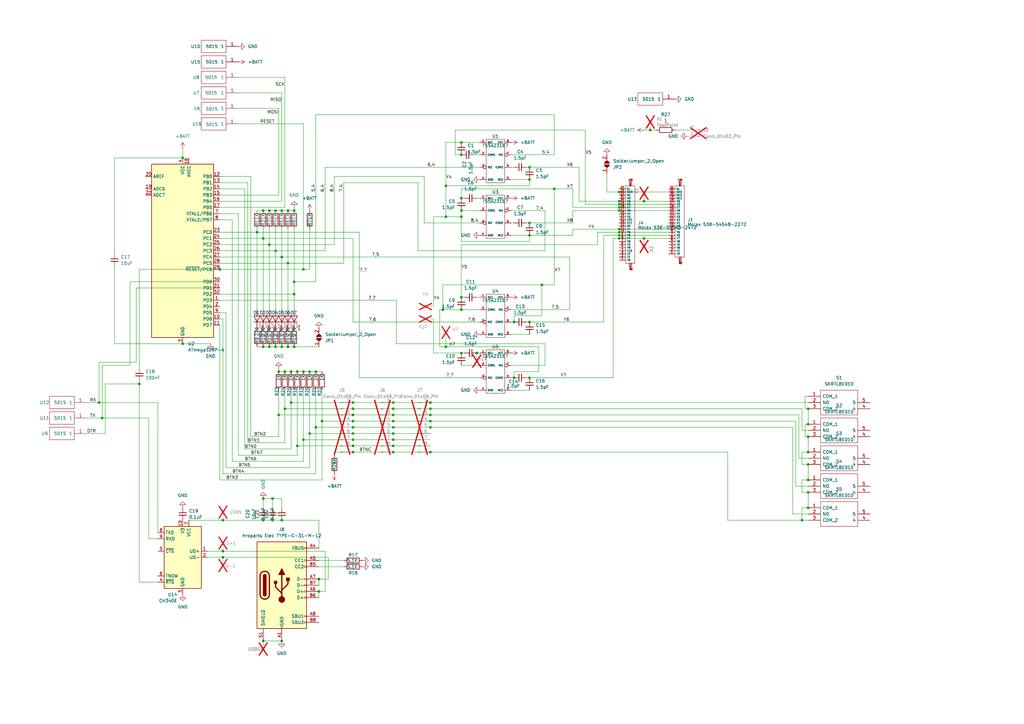
<source format=kicad_sch>
(kicad_sch (version 20231120) (generator "eeschema") (generator_version "8.0")
  (paper "A3")
  (title_block (title "Touchless Board (TOBO) XM4"))
  (lib_symbols
    (symbol "Connector:Conn_01x02_Pin" (pin_names (offset 1.016) hide)
      (property "Reference" "J" (at 0 2.54 0))
      (property "Value" "Conn_01x02_Pin" (at 0 -5.08 0))
      (symbol "Conn_01x02_Pin_1_1"
        (pin passive line (at 5.08 0 180) (length 3.81) (name "Pin_1") (number "1"))
        (pin passive line (at 5.08 -2.54 180) (length 3.81) (name "Pin_2") (number "2"))
      )
    )
    (symbol "Connector:Conn_01x09_Pin" (pin_names (offset 1.016) hide)
      (property "Reference" "J" (at 0 12.7 0))
      (property "Value" "Conn_01x09_Pin" (at 0 -12.7 0))
      (symbol "Conn_01x09_Pin_1_1"
        (pin passive line (at 5.08 10.16 180) (length 3.81) (name "Pin_1") (number "1"))
        (pin passive line (at 5.08 7.62 180) (length 3.81) (name "Pin_2") (number "2"))
        (pin passive line (at 5.08 5.08 180) (length 3.81) (name "Pin_3") (number "3"))
        (pin passive line (at 5.08 2.54 180) (length 3.81) (name "Pin_4") (number "4"))
        (pin passive line (at 5.08 0 180) (length 3.81) (name "Pin_5") (number "5"))
        (pin passive line (at 5.08 -2.54 180) (length 3.81) (name "Pin_6") (number "6"))
        (pin passive line (at 5.08 -5.08 180) (length 3.81) (name "Pin_7") (number "7"))
        (pin passive line (at 5.08 -7.62 180) (length 3.81) (name "Pin_8") (number "8"))
        (pin passive line (at 5.08 -10.16 180) (length 3.81) (name "Pin_9") (number "9"))
      )
    )
    (symbol "Connector:TestPoint" (pin_numbers hide) (pin_names (offset 0.762) hide)
      (property "Reference" "TP" (at 0 6.858 0))
      (property "Value" "TestPoint" (at 0 5.08 0))
      (symbol "TestPoint_1_1"
        (pin passive line (at 0 0 90) (length 2.54) (name "1") (number "1"))
      )
    )
    (symbol "Connector:USB_C_Receptacle_USB2.0_16P" (pin_names (offset 1.016))
      (property "Reference" "J" (at 0 22.225 0))
      (property "Value" "USB_C_Receptacle_USB2.0_16P" (at 0 19.685 0))
      (symbol "USB_C_Receptacle_USB2.0_16P_1_1"
        (pin passive line (at 0 -22.86 90) (length 5.08) (name "GND") (number "A1"))
        (pin passive line (at 0 -22.86 90) (length 5.08) hide (name "GND") (number "A12"))
        (pin passive line (at 15.24 15.24 180) (length 5.08) (name "VBUS") (number "A4"))
        (pin bidirectional line (at 15.24 10.16 180) (length 5.08) (name "CC1") (number "A5"))
        (pin bidirectional line (at 15.24 -2.54 180) (length 5.08) (name "D+") (number "A6"))
        (pin bidirectional line (at 15.24 2.54 180) (length 5.08) (name "D-") (number "A7"))
        (pin bidirectional line (at 15.24 -12.7 180) (length 5.08) (name "SBU1") (number "A8"))
        (pin passive line (at 15.24 15.24 180) (length 5.08) hide (name "VBUS") (number "A9"))
        (pin passive line (at 0 -22.86 90) (length 5.08) hide (name "GND") (number "B1"))
        (pin passive line (at 0 -22.86 90) (length 5.08) hide (name "GND") (number "B12"))
        (pin passive line (at 15.24 15.24 180) (length 5.08) hide (name "VBUS") (number "B4"))
        (pin bidirectional line (at 15.24 7.62 180) (length 5.08) (name "CC2") (number "B5"))
        (pin bidirectional line (at 15.24 -5.08 180) (length 5.08) (name "D+") (number "B6"))
        (pin bidirectional line (at 15.24 0 180) (length 5.08) (name "D-") (number "B7"))
        (pin bidirectional line (at 15.24 -15.24 180) (length 5.08) (name "SBU2") (number "B8"))
        (pin passive line (at 15.24 15.24 180) (length 5.08) hide (name "VBUS") (number "B9"))
        (pin passive line (at -7.62 -22.86 90) (length 5.08) (name "SHIELD") (number "S1"))
      )
    )
    (symbol "Device:C_Small" (pin_numbers hide) (pin_names (offset 0.254) hide)
      (property "Reference" "C" (at 0.254 1.778 0))
      (property "Value" "C_Small" (at 0.254 -2.032 0))
      (symbol "C_Small_1_1"
        (pin passive line (at 0 2.54 270) (length 2.032) (name "~") (number "1"))
        (pin passive line (at 0 -2.54 90) (length 2.032) (name "~") (number "2"))
      )
    )
    (symbol "Device:LED" (pin_numbers hide) (pin_names (offset 1.016) hide)
      (property "Reference" "D" (at 0 2.54 0))
      (property "Value" "LED" (at 0 -2.54 0))
      (symbol "LED_1_1"
        (pin passive line (at -3.81 0 0) (length 2.54) (name "K") (number "1"))
        (pin passive line (at 3.81 0 180) (length 2.54) (name "A") (number "2"))
      )
    )
    (symbol "Device:R" (pin_numbers hide) (pin_names (offset 0))
      (property "Reference" "R" (at 2.032 0 90))
      (property "Value" "R" (at 0 0 90))
      (symbol "R_1_1"
        (pin passive line (at 0 3.81 270) (length 1.27) (name "~") (number "1"))
        (pin passive line (at 0 -3.81 90) (length 1.27) (name "~") (number "2"))
      )
    )
    (symbol "Interface_USB:CH340E"
      (property "Reference" "U" (at -5.08 13.97 0))
      (property "Value" "CH340E" (at 1.27 13.97 0))
      (symbol "CH340E_1_1"
        (pin bidirectional line (at -10.16 2.54 0) (length 2.54) (name "UD+") (number "1"))
        (pin power_out line (at 0 15.24 270) (length 2.54) (name "V3") (number "10"))
        (pin bidirectional line (at -10.16 0 0) (length 2.54) (name "UD-") (number "2"))
        (pin power_in line (at 0 -15.24 90) (length 2.54) (name "GND") (number "3"))
        (pin output line (at 10.16 -10.16 180) (length 2.54) (name "~{RTS}") (number "4"))
        (pin input line (at 10.16 2.54 180) (length 2.54) (name "~{CTS}") (number "5"))
        (pin output line (at 10.16 -7.62 180) (length 2.54) (name "TNOW") (number "6"))
        (pin power_in line (at -2.54 15.24 270) (length 2.54) (name "VCC") (number "7"))
        (pin output line (at 10.16 10.16 180) (length 2.54) (name "TXD") (number "8"))
        (pin input line (at 10.16 7.62 180) (length 2.54) (name "RXD") (number "9"))
      )
    )
    (symbol "Jumper:SolderJumper_2_Open" (pin_names (offset 0) hide)
      (property "Reference" "JP" (at 0 2.032 0))
      (property "Value" "SolderJumper_2_Open" (at 0 -2.54 0))
      (symbol "SolderJumper_2_Open_1_1"
        (pin passive line (at -3.81 0 0) (length 2.54) (name "A") (number "1"))
        (pin passive line (at 3.81 0 180) (length 2.54) (name "B") (number "2"))
      )
    )
    (symbol "MCU_Microchip_ATmega:ATmega328P-A"
      (property "Reference" "U" (at -12.7 36.83 0))
      (property "Value" "ATmega328P-A" (at 2.54 -36.83 0))
      (symbol "ATmega328P-A_1_1"
        (pin bidirectional line (at 15.24 -20.32 180) (length 2.54) (name "PD3") (number "1"))
        (pin bidirectional line (at 15.24 -27.94 180) (length 2.54) (name "PD6") (number "10"))
        (pin bidirectional line (at 15.24 -30.48 180) (length 2.54) (name "PD7") (number "11"))
        (pin bidirectional line (at 15.24 30.48 180) (length 2.54) (name "PB0") (number "12"))
        (pin bidirectional line (at 15.24 27.94 180) (length 2.54) (name "PB1") (number "13"))
        (pin bidirectional line (at 15.24 25.4 180) (length 2.54) (name "PB2") (number "14"))
        (pin bidirectional line (at 15.24 22.86 180) (length 2.54) (name "PB3") (number "15"))
        (pin bidirectional line (at 15.24 20.32 180) (length 2.54) (name "PB4") (number "16"))
        (pin bidirectional line (at 15.24 17.78 180) (length 2.54) (name "PB5") (number "17"))
        (pin power_in line (at 2.54 38.1 270) (length 2.54) (name "AVCC") (number "18"))
        (pin input line (at -15.24 25.4 0) (length 2.54) (name "ADC6") (number "19"))
        (pin bidirectional line (at 15.24 -22.86 180) (length 2.54) (name "PD4") (number "2"))
        (pin passive line (at -15.24 30.48 0) (length 2.54) (name "AREF") (number "20"))
        (pin passive line (at 0 -38.1 90) (length 2.54) hide (name "GND") (number "21"))
        (pin input line (at -15.24 22.86 0) (length 2.54) (name "ADC7") (number "22"))
        (pin bidirectional line (at 15.24 7.62 180) (length 2.54) (name "PC0") (number "23"))
        (pin bidirectional line (at 15.24 5.08 180) (length 2.54) (name "PC1") (number "24"))
        (pin bidirectional line (at 15.24 2.54 180) (length 2.54) (name "PC2") (number "25"))
        (pin bidirectional line (at 15.24 0 180) (length 2.54) (name "PC3") (number "26"))
        (pin bidirectional line (at 15.24 -2.54 180) (length 2.54) (name "PC4") (number "27"))
        (pin bidirectional line (at 15.24 -5.08 180) (length 2.54) (name "PC5") (number "28"))
        (pin bidirectional line (at 15.24 -7.62 180) (length 2.54) (name "~{RESET}/PC6") (number "29"))
        (pin power_in line (at 0 -38.1 90) (length 2.54) (name "GND") (number "3"))
        (pin bidirectional line (at 15.24 -12.7 180) (length 2.54) (name "PD0") (number "30"))
        (pin bidirectional line (at 15.24 -15.24 180) (length 2.54) (name "PD1") (number "31"))
        (pin bidirectional line (at 15.24 -17.78 180) (length 2.54) (name "PD2") (number "32"))
        (pin power_in line (at 0 38.1 270) (length 2.54) (name "VCC") (number "4"))
        (pin passive line (at 0 -38.1 90) (length 2.54) hide (name "GND") (number "5"))
        (pin passive line (at 0 38.1 270) (length 2.54) hide (name "VCC") (number "6"))
        (pin bidirectional line (at 15.24 15.24 180) (length 2.54) (name "XTAL1/PB6") (number "7"))
        (pin bidirectional line (at 15.24 12.7 180) (length 2.54) (name "XTAL2/PB7") (number "8"))
        (pin bidirectional line (at 15.24 -25.4 180) (length 2.54) (name "PD5") (number "9"))
      )
    )
    (symbol "power:+BATT" (power) (pin_numbers hide) (pin_names (offset 0) hide)
      (property "Value" "+BATT" (at 0 3.556 0))
      (symbol "+BATT_1_1"
        (pin power_in line (at 0 0 90) (length 0) (name "~") (number "1"))
      )
    )
    (symbol "power:GND" (power) (pin_numbers hide) (pin_names (offset 0) hide)
      (property "Value" "GND" (at 0 -3.81 0))
      (symbol "GND_1_1"
        (pin power_in line (at 0 0 270) (length 0) (name "~") (number "1"))
      )
    )
    (symbol "tobo-components:5015" (pin_names (offset 0.762))
      (property "Reference" "U" (at 16.51 7.62 0))
      (property "Value" "5015" (at 16.51 5.08 0))
      (symbol "5015_0_0"
        (pin passive line (at 0 0 0) (length 5.08) (name "1") (number "1"))
      )
    )
    (symbol "tobo-components:SKRTLBE010" (pin_names (offset 0.762))
      (property "Reference" "S" (at 21.59 7.62 0))
      (property "Value" "SKRTLBE010" (at 21.59 5.08 0))
      (symbol "SKRTLBE010_0_0"
        (pin passive line (at 25.4 -5.08 180) (length 5.08) (name "COM_1") (number "1"))
        (pin passive line (at 25.4 -2.54 180) (length 5.08) (name "NO") (number "2"))
        (pin passive line (at 25.4 0 180) (length 5.08) (name "COM_2") (number "3"))
        (pin passive line (at 0 0 0) (length 5.08) (name "4") (number "4"))
        (pin passive line (at 0 -2.54 0) (length 5.08) (name "5") (number "5"))
      )
    )
    (symbol "tobo-components:molex-545482272"
      (property "Reference" "J" (at 15.748 -9.652 0))
      (symbol "molex-545482272_1_1"
        (pin bidirectional line (at 1.27 -13.97 0) (length 2.54) (name "Y2") (number "1"))
        (pin bidirectional line (at 1.27 -2.54 0) (length 2.54) (name "X0") (number "10"))
        (pin bidirectional line (at 1.27 -1.27 0) (length 2.54) (name "X1") (number "11"))
        (pin bidirectional line (at 1.27 0 0) (length 2.54) (name "X2") (number "12"))
        (pin bidirectional line (at 1.27 1.27 0) (length 2.54) (name "X3") (number "13"))
        (pin bidirectional line (at 1.27 2.54 0) (length 2.54) (name "X4") (number "14"))
        (pin bidirectional line (at 1.27 3.81 0) (length 2.54) (name "X8") (number "15"))
        (pin bidirectional line (at 1.27 5.08 0) (length 2.54) (name "X7") (number "16"))
        (pin bidirectional line (at 1.27 6.35 0) (length 2.54) (name "X5") (number "17"))
        (pin bidirectional line (at 1.27 7.62 0) (length 2.54) (name "X6") (number "18"))
        (pin bidirectional line (at 1.27 8.89 0) (length 2.54) (name "NC1") (number "19"))
        (pin bidirectional line (at 1.27 -12.7 0) (length 2.54) (name "Y1") (number "2"))
        (pin bidirectional line (at 1.27 10.16 0) (length 2.54) (name "NC2") (number "20"))
        (pin bidirectional line (at 1.27 11.43 0) (length 2.54) (name "GND") (number "21"))
        (pin bidirectional line (at 1.27 12.7 0) (length 2.54) (name "GL") (number "22"))
        (pin bidirectional line (at 1.27 -11.43 0) (length 2.54) (name "Y0") (number "3"))
        (pin bidirectional line (at 1.27 -10.16 0) (length 2.54) (name "Y3") (number "4"))
        (pin bidirectional line (at 1.27 -8.89 0) (length 2.54) (name "Y8") (number "5"))
        (pin bidirectional line (at 1.27 -7.62 0) (length 2.54) (name "Y7") (number "6"))
        (pin bidirectional line (at 1.27 -6.35 0) (length 2.54) (name "Y6") (number "7"))
        (pin bidirectional line (at 1.27 -5.08 0) (length 2.54) (name "Y5") (number "8"))
        (pin bidirectional line (at 1.27 -3.81 0) (length 2.54) (name "Y4") (number "9"))
        (pin no_connect line (at 6.35 -17.78 90) (length 2.54) (name "") (number "seat1"))
        (pin no_connect line (at 6.35 16.51 270) (length 2.54) (name "") (number "seat2"))
      )
    )
    (symbol "tobo-components:molex-545482472"
      (property "Reference" "J" (at 15.748 -9.652 0))
      (symbol "molex-545482472_1_1"
        (pin bidirectional line (at 1.27 -13.97 0) (length 2.54) (name "Y0") (number "1"))
        (pin bidirectional line (at 1.27 -2.54 0) (length 2.54) (name "Y5") (number "10"))
        (pin bidirectional line (at 1.27 -1.27 0) (length 2.54) (name "Y4") (number "11"))
        (pin bidirectional line (at 1.27 0 0) (length 2.54) (name "NC") (number "12"))
        (pin bidirectional line (at 1.27 1.27 0) (length 2.54) (name "X1?") (number "13"))
        (pin bidirectional line (at 1.27 2.54 0) (length 2.54) (name "X2?") (number "14"))
        (pin bidirectional line (at 1.27 3.81 0) (length 2.54) (name "X3") (number "15"))
        (pin bidirectional line (at 1.27 5.08 0) (length 2.54) (name "X4") (number "16"))
        (pin bidirectional line (at 1.27 6.35 0) (length 2.54) (name "X8") (number "17"))
        (pin bidirectional line (at 1.27 7.62 0) (length 2.54) (name "X7") (number "18"))
        (pin bidirectional line (at 1.27 8.89 0) (length 2.54) (name "X5") (number "19"))
        (pin bidirectional line (at 1.27 -12.7 0) (length 2.54) (name "Y1") (number "2"))
        (pin bidirectional line (at 1.27 10.16 0) (length 2.54) (name "X6") (number "20"))
        (pin bidirectional line (at 1.27 11.43 0) (length 2.54) (name "X0") (number "21"))
        (pin bidirectional line (at 1.27 12.7 0) (length 2.54) (name "NC") (number "22"))
        (pin bidirectional line (at 1.27 13.97 0) (length 2.54) (name "GND") (number "23"))
        (pin bidirectional line (at 1.27 15.24 0) (length 2.54) (name "GL") (number "24"))
        (pin bidirectional line (at 1.27 -11.43 0) (length 2.54) (name "Y2") (number "3"))
        (pin bidirectional line (at 1.27 -10.16 0) (length 2.54) (name "Y10") (number "4"))
        (pin bidirectional line (at 1.27 -8.89 0) (length 2.54) (name "Y9") (number "5"))
        (pin bidirectional line (at 1.27 -7.62 0) (length 2.54) (name "Y3") (number "6"))
        (pin bidirectional line (at 1.27 -6.35 0) (length 2.54) (name "Y8") (number "7"))
        (pin bidirectional line (at 1.27 -5.08 0) (length 2.54) (name "Y7") (number "8"))
        (pin bidirectional line (at 1.27 -3.81 0) (length 2.54) (name "Y6") (number "9"))
        (pin no_connect line (at 6.35 -17.78 90) (length 2.54) (name "") (number "seat1"))
        (pin no_connect line (at 6.35 19.05 270) (length 2.54) (name "") (number "seat2"))
      )
    )
    (symbol "tobo-components:tssa23167"
      (property "Reference" "U" (at -3.048 10.16 0))
      (property "Value" "TS5A23167" (at -1.27 -2.54 0))
      (symbol "tssa23167_1_1"
        (pin bidirectional line (at -6.35 7.62 0) (length 2.54) (name "NC1") (number "1"))
        (pin bidirectional line (at -6.35 2.54 0) (length 2.54) (name "COM1") (number "2"))
        (pin input inverted (at -6.35 -2.54 0) (length 2.54) (name "IN2") (number "3"))
        (pin power_in line (at -6.35 -7.62 0) (length 2.54) (name "GND") (number "4"))
        (pin bidirectional line (at 6.35 -7.62 180) (length 2.54) (name "NC2") (number "5"))
        (pin bidirectional line (at 6.35 -2.54 180) (length 2.54) (name "COM2") (number "6"))
        (pin input inverted (at 6.35 2.54 180) (length 2.54) (name "IN1") (number "7"))
        (pin power_in line (at 6.35 7.62 180) (length 2.54) (name "VCC") (number "8"))
      )
    )
  )
  (junction (at 118.11 107.95))
  (junction (at 129.54 175.26))
  (junction (at 105.41 95.25))
  (junction (at 161.29 170.18))
  (junction (at 331.47 167.64))
  (junction (at 115.57 142.24))
  (junction (at 331.47 179.07))
  (junction (at 217.17 132.08))
  (junction (at 331.47 196.85))
  (junction (at 176.53 172.72))
  (junction (at 161.29 182.88))
  (junction (at 144.78 170.18))
  (junction (at 111.76 204.47))
  (junction (at 130.81 242.57))
  (junction (at 91.44 226.06))
  (junction (at 110.49 142.24))
  (junction (at 264.16 97.79))
  (junction (at 176.53 175.26))
  (junction (at 74.93 64.77))
  (junction (at 107.95 97.79))
  (junction (at 113.03 102.87))
  (junction (at 121.92 152.4))
  (junction (at 254 93.98))
  (junction (at 176.53 165.1))
  (junction (at 144.78 172.72))
  (junction (at 161.29 177.8))
  (junction (at 161.29 185.42))
  (junction (at 254 97.79))
  (junction (at 266.7 53.34))
  (junction (at 331.47 201.93))
  (junction (at 74.93 140.97))
  (junction (at 189.23 121.92))
  (junction (at 182.88 142.24))
  (junction (at 57.15 157.48))
  (junction (at 130.81 237.49))
  (junction (at 161.29 165.1))
  (junction (at 176.53 185.42))
  (junction (at 113.03 86.36))
  (junction (at 115.57 105.41))
  (junction (at 124.46 180.34))
  (junction (at 161.29 175.26))
  (junction (at 189.23 144.78))
  (junction (at 144.78 180.34))
  (junction (at 115.57 262.89))
  (junction (at 107.95 86.36))
  (junction (at 120.65 142.24))
  (junction (at 217.17 73.66))
  (junction (at 217.17 68.58))
  (junction (at 127 177.8))
  (junction (at 222.25 116.84))
  (junction (at 90.17 110.49))
  (junction (at 120.65 120.65))
  (junction (at 195.58 144.78))
  (junction (at 144.78 175.26))
  (junction (at 331.47 208.28))
  (junction (at 110.49 86.36))
  (junction (at 144.78 165.1))
  (junction (at 107.95 213.36))
  (junction (at 210.82 154.94))
  (junction (at 121.92 182.88))
  (junction (at 331.47 185.42))
  (junction (at 111.76 213.36))
  (junction (at 161.29 167.64))
  (junction (at 254 85.09))
  (junction (at 210.82 132.08))
  (junction (at 176.53 167.64))
  (junction (at 217.17 96.52))
  (junction (at 116.84 167.64))
  (junction (at 91.44 228.6))
  (junction (at 189.23 63.5))
  (junction (at 124.46 152.4))
  (junction (at 254 82.55))
  (junction (at 144.78 167.64))
  (junction (at 176.53 170.18))
  (junction (at 254 83.82))
  (junction (at 144.78 185.42))
  (junction (at 254 95.25))
  (junction (at 115.57 86.36))
  (junction (at 254 96.52))
  (junction (at 217.17 91.44))
  (junction (at 227.33 77.47))
  (junction (at 114.3 152.4))
  (junction (at 254 78.74))
  (junction (at 161.29 172.72))
  (junction (at 120.65 115.57))
  (junction (at 254 86.36))
  (junction (at 181.61 127))
  (junction (at 118.11 86.36))
  (junction (at 182.88 88.9))
  (junction (at 161.29 180.34))
  (junction (at 107.95 262.89))
  (junction (at 132.08 172.72))
  (junction (at 116.84 152.4))
  (junction (at 217.17 154.94))
  (junction (at 144.78 182.88))
  (junction (at 189.23 88.9))
  (junction (at 113.03 142.24))
  (junction (at 127 152.4))
  (junction (at 119.38 152.4))
  (junction (at 328.93 213.36))
  (junction (at 114.3 170.18))
  (junction (at 91.44 213.36))
  (junction (at 120.65 86.36))
  (junction (at 189.23 86.36))
  (junction (at 110.49 100.33))
  (junction (at 115.57 213.36))
  (junction (at 107.95 142.24))
  (junction (at 129.54 152.4))
  (junction (at 264.16 82.55))
  (junction (at 189.23 58.42))
  (junction (at 182.88 76.2))
  (junction (at 124.46 110.49))
  (junction (at 189.23 81.28))
  (junction (at 118.11 142.24))
  (junction (at 331.47 190.5))
  (junction (at 40.64 165.1))
  (junction (at 107.95 204.47))
  (junction (at 331.47 173.99))
  (junction (at 144.78 177.8))
  (junction (at 189.23 127))
  (junction (at 41.91 171.45))
  (junction (at 119.38 165.1))
  (wire (pts (xy 220.98 142.24) (xy 182.88 142.24)))
  (wire (pts (xy 129.54 46.99) (xy 227.33 46.99)))
  (wire (pts (xy 144.78 132.08) (xy 196.85 132.08)))
  (wire (pts (xy 133.35 102.87) (xy 113.03 102.87)))
  (wire (pts (xy 234.95 86.36) (xy 254 86.36)))
  (wire (pts (xy 60.96 171.45) (xy 60.96 220.98)))
  (wire (pts (xy 176.53 165.1) (xy 161.29 165.1)))
  (wire (pts (xy 274.32 86.36) (xy 254 86.36)))
  (wire (pts (xy 121.92 182.88) (xy 121.92 160.02)))
  (wire (pts (xy 331.47 201.93) (xy 328.93 201.93)))
  (wire (pts (xy 116.84 31.75) (xy 97.79 31.75)))
  (wire (pts (xy 247.65 132.08) (xy 217.17 132.08)))
  (wire (pts (xy 121.92 152.4) (xy 124.46 152.4)))
  (wire (pts (xy 234.95 86.36) (xy 234.95 91.44)))
  (wire (pts (xy 331.47 190.5) (xy 331.47 196.85)))
  (wire (pts (xy 115.57 38.1) (xy 115.57 82.55)))
  (wire (pts (xy 110.49 100.33) (xy 90.17 100.33)))
  (wire (pts (xy 330.2 167.64) (xy 330.2 162.56)))
  (wire (pts (xy 130.81 232.41) (xy 140.97 232.41)))
  (wire (pts (xy 90.17 120.65) (xy 120.65 120.65)))
  (wire (pts (xy 189.23 144.78) (xy 190.5 144.78)))
  (wire (pts (xy 95.25 90.17) (xy 95.25 189.23)))
  (wire (pts (xy 124.46 110.49) (xy 124.46 50.8)))
  (wire (pts (xy 101.6 74.93) (xy 101.6 181.61)))
  (wire (pts (xy 189.23 144.78) (xy 177.8 144.78)))
  (wire (pts (xy 90.17 128.27) (xy 92.71 128.27)))
  (wire (pts (xy 251.46 97.79) (xy 251.46 154.94)))
  (wire (pts (xy 210.82 129.54) (xy 210.82 132.08)))
  (wire (pts (xy 328.93 176.53) (xy 331.47 176.53)))
  (wire (pts (xy 248.92 71.12) (xy 248.92 78.74)))
  (wire (pts (xy 105.41 93.98) (xy 105.41 95.25)))
  (wire (pts (xy 107.95 97.79) (xy 107.95 127)))
  (wire (pts (xy 132.08 160.02) (xy 132.08 172.72)))
  (wire (pts (xy 133.35 68.58) (xy 133.35 102.87)))
  (wire (pts (xy 57.15 110.49) (xy 57.15 151.13)))
  (wire (pts (xy 171.45 102.87) (xy 171.45 74.93)))
  (wire (pts (xy 77.47 213.36) (xy 91.44 213.36)))
  (wire (pts (xy 118.11 93.98) (xy 118.11 107.95)))
  (wire (pts (xy 176.53 177.8) (xy 161.29 177.8)))
  (wire (pts (xy 254 96.52) (xy 247.65 96.52)))
  (wire (pts (xy 119.38 165.1) (xy 144.78 165.1)))
  (wire (pts (xy 127 152.4) (xy 129.54 152.4)))
  (wire (pts (xy 115.57 93.98) (xy 115.57 105.41)))
  (wire (pts (xy 110.49 142.24) (xy 113.03 142.24)))
  (wire (pts (xy 240.03 83.82) (xy 254 83.82)))
  (wire (pts (xy 189.23 100.33) (xy 189.23 121.92)))
  (wire (pts (xy 40.64 148.59) (xy 40.64 165.1)))
  (wire (pts (xy 132.08 172.72) (xy 132.08 196.85)))
  (wire (pts (xy 124.46 152.4) (xy 127 152.4)))
  (wire (pts (xy 90.17 133.35) (xy 90.17 196.85)))
  (wire (pts (xy 327.66 170.18) (xy 327.66 187.96)))
  (wire (pts (xy 209.55 127) (xy 233.68 127)))
  (wire (pts (xy 217.17 68.58) (xy 215.9 68.58)))
  (wire (pts (xy 127 191.77) (xy 127 177.8)))
  (wire (pts (xy 331.47 179.07) (xy 330.2 179.07)))
  (wire (pts (xy 233.68 127) (xy 233.68 105.41)))
  (wire (pts (xy 120.65 120.65) (xy 120.65 127)))
  (wire (pts (xy 247.65 96.52) (xy 247.65 132.08)))
  (wire (pts (xy 328.93 201.93) (xy 328.93 196.85)))
  (wire (pts (xy 176.53 170.18) (xy 327.66 170.18)))
  (wire (pts (xy 90.17 74.93) (xy 101.6 74.93)))
  (wire (pts (xy 264.16 82.55) (xy 254 82.55)))
  (wire (pts (xy 248.92 78.74) (xy 254 78.74)))
  (wire (pts (xy 274.32 97.79) (xy 264.16 97.79)))
  (wire (pts (xy 326.39 172.72) (xy 326.39 199.39)))
  (wire (pts (xy 161.29 172.72) (xy 144.78 172.72)))
  (wire (pts (xy 331.47 179.07) (xy 331.47 185.42)))
  (wire (pts (xy 327.66 187.96) (xy 331.47 187.96)))
  (wire (pts (xy 113.03 93.98) (xy 113.03 102.87)))
  (wire (pts (xy 101.6 181.61) (xy 116.84 181.61)))
  (wire (pts (xy 127 177.8) (xy 127 160.02)))
  (wire (pts (xy 90.17 196.85) (xy 132.08 196.85)))
  (wire (pts (xy 186.69 53.34) (xy 240.03 53.34)))
  (wire (pts (xy 176.53 182.88) (xy 161.29 182.88)))
  (wire (pts (xy 116.84 181.61) (xy 116.84 167.64)))
  (wire (pts (xy 234.95 91.44) (xy 217.17 91.44)))
  (wire (pts (xy 182.88 58.42) (xy 182.88 76.2)))
  (wire (pts (xy 325.12 175.26) (xy 325.12 210.82)))
  (wire (pts (xy 217.17 160.02) (xy 209.55 160.02)))
  (wire (pts (xy 331.47 190.5) (xy 328.93 190.5)))
  (wire (pts (xy 130.81 237.49) (xy 130.81 240.03)))
  (wire (pts (xy 57.15 157.48) (xy 57.15 238.76)))
  (wire (pts (xy 130.81 242.57) (xy 133.35 242.57)))
  (wire (pts (xy 90.17 72.39) (xy 102.87 72.39)))
  (wire (pts (xy 74.93 60.96) (xy 74.93 64.77)))
  (wire (pts (xy 114.3 179.07) (xy 114.3 170.18)))
  (wire (pts (xy 105.41 142.24) (xy 107.95 142.24)))
  (wire (pts (xy 133.35 226.06) (xy 133.35 242.57)))
  (wire (pts (xy 90.17 80.01) (xy 114.3 80.01)))
  (wire (pts (xy 209.55 86.36) (xy 223.52 86.36)))
  (wire (pts (xy 330.2 173.99) (xy 331.47 173.99)))
  (wire (pts (xy 217.17 68.58) (xy 237.49 68.58)))
  (wire (pts (xy 182.88 76.2) (xy 217.17 76.2)))
  (wire (pts (xy 90.17 130.81) (xy 91.44 130.81)))
  (wire (pts (xy 90.17 110.49) (xy 124.46 110.49)))
  (wire (pts (xy 189.23 86.36) (xy 196.85 86.36)))
  (wire (pts (xy 74.93 140.97) (xy 86.36 140.97)))
  (wire (pts (xy 107.95 86.36) (xy 110.49 86.36)))
  (wire (pts (xy 40.64 148.59) (xy 55.88 148.59)))
  (wire (pts (xy 217.17 73.66) (xy 217.17 76.2)))
  (wire (pts (xy 105.41 95.25) (xy 105.41 127)))
  (wire (pts (xy 331.47 167.64) (xy 331.47 173.99)))
  (wire (pts (xy 92.71 128.27) (xy 92.71 191.77)))
  (wire (pts (xy 186.69 63.5) (xy 189.23 63.5)))
  (wire (pts (xy 107.95 97.79) (xy 90.17 97.79)))
  (wire (pts (xy 113.03 102.87) (xy 113.03 127)))
  (wire (pts (xy 90.17 77.47) (xy 100.33 77.47)))
  (wire (pts (xy 195.58 81.28) (xy 196.85 81.28)))
  (wire (pts (xy 111.76 204.47) (xy 107.95 204.47)))
  (wire (pts (xy 217.17 154.94) (xy 215.9 154.94)))
  (wire (pts (xy 173.99 72.39) (xy 137.16 72.39)))
  (wire (pts (xy 129.54 194.31) (xy 129.54 175.26)))
  (wire (pts (xy 330.2 179.07) (xy 330.2 173.99)))
  (wire (pts (xy 176.53 180.34) (xy 161.29 180.34)))
  (wire (pts (xy 161.29 177.8) (xy 144.78 177.8)))
  (wire (pts (xy 227.33 63.5) (xy 209.55 63.5)))
  (wire (pts (xy 124.46 110.49) (xy 127 110.49)))
  (wire (pts (xy 223.52 102.87) (xy 171.45 102.87)))
  (wire (pts (xy 276.86 53.34) (xy 281.94 53.34)))
  (wire (pts (xy 274.32 95.25) (xy 254 95.25)))
  (wire (pts (xy 41.91 171.45) (xy 60.96 171.45)))
  (wire (pts (xy 194.31 63.5) (xy 196.85 63.5)))
  (wire (pts (xy 328.93 190.5) (xy 328.93 185.42)))
  (wire (pts (xy 328.93 213.36) (xy 331.47 213.36)))
  (wire (pts (xy 161.29 170.18) (xy 144.78 170.18)))
  (wire (pts (xy 330.2 162.56) (xy 331.47 162.56)))
  (wire (pts (xy 105.41 86.36) (xy 107.95 86.36)))
  (wire (pts (xy 325.12 210.82) (xy 331.47 210.82)))
  (wire (pts (xy 90.17 118.11) (xy 55.88 118.11)))
  (wire (pts (xy 110.49 100.33) (xy 110.49 127)))
  (wire (pts (xy 176.53 172.72) (xy 326.39 172.72)))
  (wire (pts (xy 217.17 96.52) (xy 209.55 96.52)))
  (wire (pts (xy 161.29 185.42) (xy 176.53 185.42)))
  (wire (pts (xy 35.56 171.45) (xy 41.91 171.45)))
  (wire (pts (xy 57.15 110.49) (xy 90.17 110.49)))
  (wire (pts (xy 107.95 142.24) (xy 110.49 142.24)))
  (wire (pts (xy 121.92 186.69) (xy 121.92 182.88)))
  (wire (pts (xy 46.99 109.22) (xy 46.99 140.97)))
  (wire (pts (xy 124.46 180.34) (xy 144.78 180.34)))
  (wire (pts (xy 90.17 85.09) (xy 116.84 85.09)))
  (wire (pts (xy 237.49 68.58) (xy 237.49 82.55)))
  (wire (pts (xy 217.17 96.52) (xy 217.17 99.06)))
  (wire (pts (xy 274.32 82.55) (xy 264.16 82.55)))
  (wire (pts (xy 115.57 213.36) (xy 130.81 213.36)))
  (wire (pts (xy 217.17 99.06) (xy 189.23 99.06)))
  (wire (pts (xy 182.88 88.9) (xy 182.88 76.2)))
  (wire (pts (xy 234.95 85.09) (xy 234.95 77.47)))
  (wire (pts (xy 114.3 44.45) (xy 97.79 44.45)))
  (wire (pts (xy 328.93 167.64) (xy 176.53 167.64)))
  (wire (pts (xy 114.3 152.4) (xy 116.84 152.4)))
  (wire (pts (xy 115.57 142.24) (xy 118.11 142.24)))
  (wire (pts (xy 177.8 88.9) (xy 182.88 88.9)))
  (wire (pts (xy 210.82 132.08) (xy 209.55 132.08)))
  (wire (pts (xy 35.56 177.8) (xy 43.18 177.8)))
  (wire (pts (xy 97.79 38.1) (xy 115.57 38.1)))
  (wire (pts (xy 91.44 194.31) (xy 129.54 194.31)))
  (wire (pts (xy 110.49 93.98) (xy 110.49 100.33)))
  (wire (pts (xy 43.18 157.48) (xy 57.15 157.48)))
  (wire (pts (xy 90.17 90.17) (xy 95.25 90.17)))
  (wire (pts (xy 127 177.8) (xy 144.78 177.8)))
  (wire (pts (xy 234.95 96.52) (xy 217.17 96.52)))
  (wire (pts (xy 120.65 86.36) (xy 118.11 86.36)))
  (wire (pts (xy 90.17 123.19) (xy 162.56 123.19)))
  (wire (pts (xy 100.33 184.15) (xy 119.38 184.15)))
  (wire (pts (xy 40.64 165.1) (xy 64.77 165.1)))
  (wire (pts (xy 130.81 242.57) (xy 130.81 245.11)))
  (wire (pts (xy 180.34 127) (xy 181.61 127)))
  (wire (pts (xy 181.61 127) (xy 189.23 127)))
  (wire (pts (xy 55.88 118.11) (xy 55.88 148.59)))
  (wire (pts (xy 114.3 151.13) (xy 114.3 152.4)))
  (wire (pts (xy 119.38 165.1) (xy 119.38 160.02)))
  (wire (pts (xy 161.29 175.26) (xy 144.78 175.26)))
  (wire (pts (xy 85.09 226.06) (xy 91.44 226.06)))
  (wire (pts (xy 182.88 142.24) (xy 182.88 139.7)))
  (wire (pts (xy 237.49 82.55) (xy 254 82.55)))
  (wire (pts (xy 176.53 175.26) (xy 161.29 175.26)))
  (wire (pts (xy 234.95 85.09) (xy 254 85.09)))
  (wire (pts (xy 195.58 144.78) (xy 196.85 144.78)))
  (wire (pts (xy 107.95 262.89) (xy 115.57 262.89)))
  (wire (pts (xy 189.23 77.47) (xy 189.23 81.28)))
  (wire (pts (xy 181.61 116.84) (xy 181.61 127)))
  (wire (pts (xy 328.93 208.28) (xy 331.47 208.28)))
  (wire (pts (xy 182.88 142.24) (xy 180.34 142.24)))
  (wire (pts (xy 116.84 31.75) (xy 116.84 85.09)))
  (wire (pts (xy 298.45 185.42) (xy 298.45 213.36)))
  (wire (pts (xy 130.81 229.87) (xy 140.97 229.87)))
  (wire (pts (xy 328.93 213.36) (xy 328.93 208.28)))
  (wire (pts (xy 254 95.25) (xy 245.11 95.25)))
  (wire (pts (xy 217.17 132.08) (xy 215.9 132.08)))
  (wire (pts (xy 137.16 100.33) (xy 110.49 100.33)))
  (wire (pts (xy 210.82 154.94) (xy 210.82 152.4)))
  (wire (pts (xy 107.95 213.36) (xy 111.76 213.36)))
  (wire (pts (xy 113.03 86.36) (xy 110.49 86.36)))
  (wire (pts (xy 53.34 115.57) (xy 90.17 115.57)))
  (wire (pts (xy 120.65 85.09) (xy 120.65 86.36)))
  (wire (pts (xy 127 93.98) (xy 127 110.49)))
  (wire (pts (xy 118.11 107.95) (xy 90.17 107.95)))
  (wire (pts (xy 91.44 130.81) (xy 91.44 194.31)))
  (wire (pts (xy 189.23 58.42) (xy 196.85 58.42)))
  (wire (pts (xy 173.99 91.44) (xy 173.99 72.39)))
  (wire (pts (xy 35.56 165.1) (xy 40.64 165.1)))
  (wire (pts (xy 254 93.98) (xy 274.32 93.98)))
  (wire (pts (xy 107.95 208.28) (xy 107.95 204.47)))
  (wire (pts (xy 173.99 91.44) (xy 196.85 91.44)))
  (wire (pts (xy 176.53 175.26) (xy 325.12 175.26)))
  (wire (pts (xy 181.61 116.84) (xy 222.25 116.84)))
  (wire (pts (xy 91.44 226.06) (xy 133.35 226.06)))
  (wire (pts (xy 147.32 154.94) (xy 196.85 154.94)))
  (wire (pts (xy 245.11 100.33) (xy 189.23 100.33)))
  (wire (pts (xy 129.54 115.57) (xy 120.65 115.57)))
  (wire (pts (xy 133.35 68.58) (xy 196.85 68.58)))
  (wire (pts (xy 227.33 77.47) (xy 189.23 77.47)))
  (wire (pts (xy 220.98 152.4) (xy 220.98 142.24)))
  (wire (pts (xy 43.18 157.48) (xy 43.18 177.8)))
  (wire (pts (xy 120.65 120.65) (xy 120.65 115.57)))
  (wire (pts (xy 113.03 86.36) (xy 115.57 86.36)))
  (wire (pts (xy 97.79 186.69) (xy 121.92 186.69)))
  (wire (pts (xy 90.17 82.55) (xy 115.57 82.55)))
  (wire (pts (xy 114.3 170.18) (xy 114.3 160.02)))
  (wire (pts (xy 134.62 228.6) (xy 134.62 237.49)))
  (wire (pts (xy 90.17 87.63) (xy 97.79 87.63)))
  (wire (pts (xy 217.17 73.66) (xy 209.55 73.66)))
  (wire (pts (xy 113.03 102.87) (xy 90.17 102.87)))
  (wire (pts (xy 161.29 185.42) (xy 144.78 185.42)))
  (wire (pts (xy 144.78 132.08) (xy 144.78 97.79)))
  (wire (pts (xy 328.93 196.85) (xy 331.47 196.85)))
  (wire (pts (xy 130.81 213.36) (xy 130.81 224.79)))
  (wire (pts (xy 114.3 44.45) (xy 114.3 80.01)))
  (wire (pts (xy 177.8 88.9) (xy 177.8 125.73)))
  (wire (pts (xy 111.76 213.36) (xy 115.57 213.36)))
  (wire (pts (xy 129.54 175.26) (xy 144.78 175.26)))
  (wire (pts (xy 41.91 149.86) (xy 41.91 171.45)))
  (wire (pts (xy 223.52 140.97) (xy 223.52 149.86)))
  (wire (pts (xy 115.57 127) (xy 115.57 105.41)))
  (wire (pts (xy 186.69 53.34) (xy 186.69 63.5)))
  (wire (pts (xy 254 97.79) (xy 251.46 97.79)))
  (wire (pts (xy 118.11 142.24) (xy 120.65 142.24)))
  (wire (pts (xy 95.25 189.23) (xy 124.46 189.23)))
  (wire (pts (xy 115.57 105.41) (xy 90.17 105.41)))
  (wire (pts (xy 111.76 208.28) (xy 111.76 204.47)))
  (wire (pts (xy 57.15 156.21) (xy 57.15 157.48)))
  (wire (pts (xy 210.82 152.4) (xy 220.98 152.4)))
  (wire (pts (xy 105.41 95.25) (xy 147.32 95.25)))
  (wire (pts (xy 137.16 72.39) (xy 137.16 100.33)))
  (wire (pts (xy 124.46 180.34) (xy 124.46 189.23)))
  (wire (pts (xy 147.32 95.25) (xy 147.32 154.94)))
  (wire (pts (xy 90.17 95.25) (xy 105.41 95.25)))
  (wire (pts (xy 222.25 116.84) (xy 222.25 129.54)))
  (wire (pts (xy 195.58 121.92) (xy 196.85 121.92)))
  (wire (pts (xy 115.57 208.28) (xy 115.57 204.47)))
  (wire (pts (xy 118.11 107.95) (xy 118.11 127)))
  (wire (pts (xy 161.29 167.64) (xy 144.78 167.64)))
  (wire (pts (xy 189.23 86.36) (xy 189.23 88.9)))
  (wire (pts (xy 331.47 201.93) (xy 331.47 208.28)))
  (wire (pts (xy 274.32 85.09) (xy 254 85.09)))
  (wire (pts (xy 107.95 93.98) (xy 107.95 97.79)))
  (wire (pts (xy 180.34 142.24) (xy 180.34 127)))
  (wire (pts (xy 124.46 160.02) (xy 124.46 180.34)))
  (wire (pts (xy 210.82 91.44) (xy 209.55 91.44)))
  (wire (pts (xy 46.99 64.77) (xy 74.93 64.77)))
  (wire (pts (xy 129.54 46.99) (xy 129.54 115.57)))
  (wire (pts (xy 85.09 228.6) (xy 91.44 228.6)))
  (wire (pts (xy 57.15 238.76) (xy 64.77 238.76)))
  (wire (pts (xy 113.03 142.24) (xy 115.57 142.24)))
  (wire (pts (xy 176.53 185.42) (xy 298.45 185.42)))
  (wire (pts (xy 227.33 77.47) (xy 227.33 116.84)))
  (wire (pts (xy 130.81 237.49) (xy 134.62 237.49)))
  (wire (pts (xy 115.57 105.41) (xy 233.68 105.41)))
  (wire (pts (xy 120.65 142.24) (xy 130.81 142.24)))
  (wire (pts (xy 115.57 86.36) (xy 118.11 86.36)))
  (wire (pts (xy 298.45 213.36) (xy 328.93 213.36)))
  (wire (pts (xy 209.55 149.86) (xy 223.52 149.86)))
  (wire (pts (xy 116.84 167.64) (xy 116.84 160.02)))
  (wire (pts (xy 176.53 165.1) (xy 331.47 165.1)))
  (wire (pts (xy 116.84 167.64) (xy 144.78 167.64)))
  (wire (pts (xy 132.08 172.72) (xy 144.78 172.72)))
  (wire (pts (xy 161.29 180.34) (xy 144.78 180.34)))
  (wire (pts (xy 254 78.74) (xy 274.32 78.74)))
  (wire (pts (xy 189.23 81.28) (xy 190.5 81.28)))
  (wire (pts (xy 251.46 154.94) (xy 217.17 154.94)))
  (wire (pts (xy 189.23 88.9) (xy 182.88 88.9)))
  (wire (pts (xy 176.53 170.18) (xy 161.29 170.18)))
  (wire (pts (xy 64.77 165.1) (xy 64.77 218.44)))
  (wire (pts (xy 326.39 199.39) (xy 331.47 199.39)))
  (wire (pts (xy 119.38 184.15) (xy 119.38 165.1)))
  (wire (pts (xy 91.44 213.36) (xy 107.95 213.36)))
  (wire (pts (xy 162.56 140.97) (xy 223.52 140.97)))
  (wire (pts (xy 137.16 185.42) (xy 144.78 185.42)))
  (wire (pts (xy 140.97 107.95) (xy 118.11 107.95)))
  (wire (pts (xy 114.3 170.18) (xy 144.78 170.18)))
  (wire (pts (xy 189.23 121.92) (xy 190.5 121.92)))
  (wire (pts (xy 264.16 53.34) (xy 266.7 53.34)))
  (wire (pts (xy 227.33 77.47) (xy 234.95 77.47)))
  (wire (pts (xy 245.11 95.25) (xy 245.11 100.33)))
  (wire (pts (xy 274.32 96.52) (xy 254 96.52)))
  (wire (pts (xy 140.97 74.93) (xy 140.97 107.95)))
  (wire (pts (xy 264.16 97.79) (xy 254 97.79)))
  (wire (pts (xy 234.95 93.98) (xy 254 93.98)))
  (wire (pts (xy 137.16 186.69) (xy 137.16 185.42)))
  (wire (pts (xy 189.23 127) (xy 196.85 127)))
  (wire (pts (xy 116.84 152.4) (xy 119.38 152.4)))
  (wire (pts (xy 102.87 179.07) (xy 114.3 179.07)))
  (wire (pts (xy 171.45 74.93) (xy 140.97 74.93)))
  (wire (pts (xy 97.79 87.63) (xy 97.79 186.69)))
  (wire (pts (xy 210.82 154.94) (xy 209.55 154.94)))
  (wire (pts (xy 129.54 175.26) (xy 129.54 160.02)))
  (wire (pts (xy 227.33 46.99) (xy 227.33 63.5)))
  (wire (pts (xy 217.17 137.16) (xy 209.55 137.16)))
  (wire (pts (xy 240.03 53.34) (xy 240.03 83.82)))
  (wire (pts (xy 331.47 167.64) (xy 330.2 167.64)))
  (wire (pts (xy 91.44 228.6) (xy 134.62 228.6)))
  (wire (pts (xy 177.8 130.81) (xy 177.8 144.78)))
  (wire (pts (xy 129.54 152.4) (xy 132.08 152.4)))
  (wire (pts (xy 100.33 77.47) (xy 100.33 184.15)))
  (wire (pts (xy 189.23 88.9) (xy 189.23 99.06)))
  (wire (pts (xy 161.29 167.64) (xy 176.53 167.64)))
  (wire (pts (xy 46.99 140.97) (xy 74.93 140.97)))
  (wire (pts (xy 176.53 172.72) (xy 161.29 172.72)))
  (wire (pts (xy 161.29 165.1) (xy 144.78 165.1)))
  (wire (pts (xy 60.96 220.98) (xy 64.77 220.98)))
  (wire (pts (xy 120.65 93.98) (xy 120.65 115.57)))
  (wire (pts (xy 144.78 182.88) (xy 161.29 182.88)))
  (wire (pts (xy 92.71 191.77) (xy 127 191.77)))
  (wire (pts (xy 234.95 93.98) (xy 234.95 96.52)))
  (wire (pts (xy 121.92 182.88) (xy 144.78 182.88)))
  (wire (pts (xy 144.78 97.79) (xy 107.95 97.79)))
  (wire (pts (xy 222.25 129.54) (xy 210.82 129.54)))
  (wire (pts (xy 102.87 72.39) (xy 102.87 179.07)))
  (wire (pts (xy 210.82 68.58) (xy 209.55 68.58)))
  (wire (pts (xy 162.56 123.19) (xy 162.56 140.97)))
  (wire (pts (xy 227.33 116.84) (xy 222.25 116.84)))
  (wire (pts (xy 41.91 149.86) (xy 53.34 149.86)))
  (wire (pts (xy 53.34 115.57) (xy 53.34 149.86)))
  (wire (pts (xy 328.93 185.42) (xy 331.47 185.42)))
  (wire (pts (xy 223.52 86.36) (xy 223.52 102.87)))
  (wire (pts (xy 266.7 53.34) (xy 269.24 53.34)))
  (wire (pts (xy 217.17 91.44) (xy 215.9 91.44)))
  (wire (pts (xy 328.93 167.64) (xy 328.93 176.53)))
  (wire (pts (xy 119.38 152.4) (xy 121.92 152.4)))
  (wire (pts (xy 46.99 104.14) (xy 46.99 64.77)))
  (wire (pts (xy 182.88 58.42) (xy 189.23 58.42)))
  (wire (pts (xy 274.32 83.82) (xy 254 83.82)))
  (wire (pts (xy 189.23 149.86) (xy 196.85 149.86)))
  (wire (pts (xy 124.46 50.8) (xy 97.79 50.8)))
  (wire (pts (xy 115.57 204.47) (xy 111.76 204.47)))
  (label "BTN7" (at 102.87 186.69 0))
  (label "Y4" (at 182.88 73.66 0))
  (label "DTR" (at 39.37 177.8 180))
  (label "X8" (at 232.41 91.44 0))
  (label "BTN4" (at 95.25 194.31 0))
  (label "BTN2" (at 104.14 179.07 0))
  (label "Y6" (at 231.14 132.08 0))
  (label "BTN0" (at 100.33 184.15 0))
  (label "BTN3" (at 92.71 196.85 0))
  (label "X5" (at 240.03 63.5 0))
  (label "X7" (at 184.15 142.24 0))
  (label "BTN5" (at 97.79 191.77 0))
  (label "Y4" (at 177.8 123.19 0))
  (label "8,4" (at 193.04 91.44 0))
  (label "BTNC" (at 147.32 185.42 0))
  (label "BTN1" (at 101.6 181.61 0))
  (label "7,6" (at 191.77 132.08 0))
  (label "7,6" (at 151.13 132.08 0))
  (label "6,4" (at 175.26 68.58 0))
  (label "6,4" (at 133.35 78.74 90))
  (label "7,4" (at 219.71 86.36 0))
  (label "MOSI" (at 114.3 46.99 180))
  (label "7,4" (at 140.97 78.74 90))
  (label "Y4" (at 241.3 93.98 0))
  (label "5,4" (at 129.54 78.74 90))
  (label "Y7" (at 229.87 154.94 0))
  (label "7,5" (at 152.4 105.41 0))
  (label "8,4" (at 137.16 78.74 90))
  (label "X7" (at 227.33 111.76 0))
  (label "X6" (at 232.41 68.58 0))
  (label "?,?" (at 151.13 123.19 0))
  (label "X7" (at 232.41 77.47 0))
  (label "5,4" (at 222.25 63.5 0))
  (label "TX" (at 36.83 171.45 0))
  (label "Y5" (at 189.23 110.49 0))
  (label "7,7" (at 147.32 111.76 0))
  (label "BTN6" (at 100.33 189.23 0))
  (label "RESET" (at 106.68 50.8 0))
  (label "RX" (at 36.83 165.1 0))
  (label "7,5" (at 226.06 127 0))
  (label "MISO" (at 115.57 41.91 180))
  (label "SCK" (at 116.84 35.56 180))
  (label "7,7" (at 182.88 154.94 0))
  (symbol (lib_id "tobo-components:5015") (at 35.56 165.1 180) (unit 1)
    (property "Reference" "U12" (at 18.288 165.1 0))
    (property "Value" "5015" (at 24.638 165.1 0))
    (property "Footprint" "tobo-footprints:5015" (effects (hide yes)))
    (property "Datasheet" "http://www.keyelco.com/product-pdf.cfm?p=1353" (effects (hide yes)))
    (property "Description" "Conn Test Point 1 POS Solder ST SMD 1 Port T/R" (effects (hide yes)))
    (property "Height" "1.52" (effects (hide yes)))
    (property "Manufacturer_Name" "Keystone Electronics" (effects (hide yes)))
    (property "Manufacturer_Part_Number" "5015" (effects (hide yes)))
    (property "Mouser Part Number" "534-5015" (effects (hide yes)))
    (property "Mouser Price/Stock" "https://www.mouser.co.uk/ProductDetail/Keystone-Electronics/5015?qs=qOqV1E1P08ShW56PtUq2FA%3D%3D" (effects (hide yes)))
    (property "Arrow Part Number" "5015" (effects (hide yes)))
    (property "Arrow Price/Stock" "https://www.arrow.com/en/products/5015/keystone-electronics?utm_currency=USD&region=europe" (effects (hide yes)))
  )
  (symbol (lib_id "Connector:Conn_01x09_Pin") (at 139.7 175.26 0) (unit 1) (in_bom no) (dnp yes)
    (property "Reference" "J5" (at 140.335 160.02 0))
    (property "Value" "Conn_01x09_Pin" (at 140.335 162.56 0))
    (property "Footprint" "tobo-footprints:button_breakout_2.54mm" (effects (hide yes)))
    (property "Description" "Generic connector, single row, 01x09, script generated" (effects (hide yes)))
  )
  (symbol (lib_id "MCU_Microchip_ATmega:ATmega328P-A") (at 74.93 102.87 0) (unit 1)
    (property "Reference" "U2" (at 77.1241 140.97 0) (effects (justify left)))
    (property "Value" "ATmega328P-A" (at 77.1241 143.51 0) (effects (justify left)))
    (property "Footprint" "Package_QFP:TQFP-32_7x7mm_P0.8mm" (effects (hide yes)))
    (property "Datasheet" "http://ww1.microchip.com/downloads/en/DeviceDoc/ATmega328_P%20AVR%20MCU%20with%20picoPower%20Technology%20Data%20Sheet%2040001984A.pdf" (effects (hide yes)))
    (property "Description" "20MHz, 32kB Flash, 2kB SRAM, 1kB EEPROM, TQFP-32" (effects (hide yes)))
    (property "Mouser Part Number" "556-ATMEGA328P-AN " (effects (hide yes)))
  )
  (symbol (lib_id "Connector:TestPoint") (at 195.58 144.78 180) (unit 1) (in_bom no) (dnp yes)
    (property "Reference" "Y¿1" (at 196.088 146.812 0) (effects (justify right)))
    (property "Value" "TestPoint" (effects (hide yes)))
    (property "Footprint" "TestPoint:TestPoint_Pad_D1.0mm" (effects (hide yes)))
    (property "Description" "test point" (effects (hide yes)))
  )
  (symbol (lib_id "Device:R") (at 107.95 90.17 0) (unit 1)
    (property "Reference" "R2" (at 107.95 92.71 90) (effects (justify left)))
    (property "Value" "1K" (at 107.95 90.17 90) (effects (justify left)))
    (property "Footprint" "Resistor_SMD:R_0201_0603Metric" (effects (hide yes)))
    (property "Description" "Resistor" (effects (hide yes)))
  )
  (symbol (lib_id "power:+BATT") (at 97.79 25.4 270) (unit 1)
    (property "Reference" "#PWR027" (effects (hide yes)))
    (property "Value" "+BATT" (at 101.6 25.3999 90) (effects (justify left)))
    (property "Description" "Power symbol creates a global label with name \"+BATT\"" (effects (hide yes)))
  )
  (symbol (lib_id "power:GND") (at 196.85 137.16 270) (unit 1)
    (property "Reference" "#PWR03" (effects (hide yes)))
    (property "Value" "GND" (at 193.04 137.1599 90) (effects (justify right)))
    (property "Description" "Power symbol creates a global label with name \"GND\" , ground" (effects (hide yes)))
  )
  (symbol (lib_id "power:GND") (at 114.3 151.13 180) (unit 1)
    (property "Reference" "#PWR021" (effects (hide yes)))
    (property "Value" "GND" (at 114.3 146.05 0))
    (property "Description" "Power symbol creates a global label with name \"GND\" , ground" (effects (hide yes)))
  )
  (symbol (lib_id "Device:R") (at 127 90.17 0) (unit 1)
    (property "Reference" "R7" (at 127 92.71 90) (effects (justify left)))
    (property "Value" "1K" (at 127 90.17 90) (effects (justify left)))
    (property "Footprint" "Resistor_SMD:R_0201_0603Metric" (effects (hide yes)))
    (property "Description" "Resistor" (effects (hide yes)))
  )
  (symbol (lib_id "Connector:TestPoint") (at 177.8 130.81 90) (unit 1) (in_bom no) (dnp yes)
    (property "Reference" "X¿1" (at 173.482 133.858 90))
    (property "Value" "TestPoint" (effects (hide yes)))
    (property "Footprint" "TestPoint:TestPoint_Pad_D1.0mm" (effects (hide yes)))
    (property "Description" "test point" (effects (hide yes)))
  )
  (symbol (lib_id "Device:R") (at 118.11 90.17 0) (unit 1)
    (property "Reference" "R6" (at 118.11 92.71 90) (effects (justify left)))
    (property "Value" "1K" (at 118.11 90.17 90) (effects (justify left)))
    (property "Footprint" "Resistor_SMD:R_0201_0603Metric" (effects (hide yes)))
    (property "Description" "Resistor" (effects (hide yes)))
  )
  (symbol (lib_id "Device:R") (at 119.38 156.21 0) (unit 1)
    (property "Reference" "R25" (at 118.618 162.56 90) (effects (justify left)))
    (property "Value" "1K" (at 119.38 156.21 90) (effects (justify left)))
    (property "Footprint" "Resistor_SMD:R_0201_0603Metric" (effects (hide yes)))
    (property "Description" "Resistor" (effects (hide yes)))
  )
  (symbol (lib_id "power:GND") (at 120.65 85.09 180) (unit 1)
    (property "Reference" "#PWR012" (effects (hide yes)))
    (property "Value" "GND" (at 120.65 80.01 0))
    (property "Description" "Power symbol creates a global label with name \"GND\" , ground" (effects (hide yes)))
  )
  (symbol (lib_id "Device:R") (at 115.57 90.17 0) (unit 1)
    (property "Reference" "R5" (at 115.57 92.71 90) (effects (justify left)))
    (property "Value" "1K" (at 115.57 90.17 90) (effects (justify left)))
    (property "Footprint" "Resistor_SMD:R_0201_0603Metric" (effects (hide yes)))
    (property "Description" "Resistor" (effects (hide yes)))
  )
  (symbol (lib_id "tobo-components:tssa23167") (at 203.2 88.9 0) (unit 1)
    (property "Reference" "U3" (at 203.2 78.74 0))
    (property "Value" "TS5A23167" (at 203.2 82.55 0))
    (property "Footprint" "Package_SO:VSSOP-8_2.3x2mm_P0.5mm" (effects (hide yes)))
    (property "Datasheet" "https://www.ti.com/lit/ds/symlink/ts5a23167.pdf" (effects (hide yes)))
    (property "Mouser Part Number" "595-TS5A23167DCUR" (effects (hide yes)))
  )
  (symbol (lib_id "power:GND") (at 248.92 63.5 180) (unit 1)
    (property "Reference" "#PWR023" (effects (hide yes)))
    (property "Value" "GND" (at 248.92 58.42 0))
    (property "Description" "Power symbol creates a global label with name \"GND\" , ground" (effects (hide yes)))
  )
  (symbol (lib_id "power:+BATT") (at 264.16 53.34 90) (unit 1)
    (property "Reference" "#PWR025" (effects (hide yes)))
    (property "Value" "+BATT" (at 260.35 53.3399 90) (effects (justify left)))
    (property "Description" "Power symbol creates a global label with name \"+BATT\"" (effects (hide yes)))
  )
  (symbol (lib_id "Device:C_Small") (at 46.99 106.68 0) (unit 1)
    (property "Reference" "C17" (at 49.53 105.4162 0) (effects (justify left)))
    (property "Value" "10uF" (at 49.53 107.9562 0) (effects (justify left)))
    (property "Footprint" "Capacitor_SMD:C_0201_0603Metric" (effects (hide yes)))
    (property "Description" "Unpolarized capacitor, small symbol" (effects (hide yes)))
  )
  (symbol (lib_id "Device:R") (at 144.78 229.87 90) (unit 1)
    (property "Reference" "R17" (at 146.812 227.584 90) (effects (justify left)))
    (property "Value" "5.1K" (at 146.812 229.87 90) (effects (justify left)))
    (property "Footprint" "Resistor_SMD:R_0201_0603Metric" (effects (hide yes)))
    (property "Description" "Resistor" (effects (hide yes)))
  )
  (symbol (lib_id "Device:R") (at 116.84 156.21 0) (unit 1)
    (property "Reference" "R24" (at 116.078 162.56 90) (effects (justify left)))
    (property "Value" "1K" (at 116.84 156.21 90) (effects (justify left)))
    (property "Footprint" "Resistor_SMD:R_0201_0603Metric" (effects (hide yes)))
    (property "Description" "Resistor" (effects (hide yes)))
  )
  (symbol (lib_id "power:GND") (at 115.57 262.89 0) (unit 1)
    (property "Reference" "#PWR018" (effects (hide yes)))
    (property "Value" "GND" (at 115.57 267.97 0))
    (property "Description" "Power symbol creates a global label with name \"GND\" , ground" (effects (hide yes)))
  )
  (symbol (lib_id "power:GND") (at 276.86 40.64 90) (unit 1)
    (property "Reference" "#PWR026" (effects (hide yes)))
    (property "Value" "GND" (at 280.67 40.6399 90) (effects (justify right)))
    (property "Description" "Power symbol creates a global label with name \"GND\" , ground" (effects (hide yes)))
  )
  (symbol (lib_id "Connector:Conn_01x09_Pin") (at 156.21 175.26 0) (unit 1) (in_bom no) (dnp yes)
    (property "Reference" "J6" (at 156.845 160.02 0))
    (property "Value" "Conn_01x09_Pin" (at 156.845 162.56 0))
    (property "Footprint" "tobo-footprints:button_breakout_0.5mm" (effects (hide yes)))
    (property "Description" "Generic connector, single row, 01x09, script generated" (effects (hide yes)))
  )
  (symbol (lib_id "Connector:TestPoint") (at 91.44 228.6 180) (unit 1) (in_bom no) (dnp yes)
    (property "Reference" "D-1" (at 92.456 232.156 0) (effects (justify right)))
    (property "Value" "TestPoint" (effects (hide yes)))
    (property "Footprint" "TestPoint:TestPoint_Pad_D1.0mm" (effects (hide yes)))
    (property "Description" "test point" (effects (hide yes)))
  )
  (symbol (lib_id "Jumper:SolderJumper_2_Open") (at 248.92 67.31 270) (mirror x) (unit 1) (in_bom no)
    (property "Reference" "JP2" (at 251.46 68.5801 90) (effects (justify left)))
    (property "Value" "SolderJumper_2_Open" (at 251.46 66.0401 90) (effects (justify left)))
    (property "Footprint" "Jumper:SolderJumper-2_P1.3mm_Open_RoundedPad1.0x1.5mm" (effects (hide yes)))
    (property "Description" "Solder Jumper, 2-pole, open" (effects (hide yes)))
  )
  (symbol (lib_id "Connector:Conn_01x02_Pin") (at 287.02 55.88 180) (unit 1) (in_bom no) (dnp yes)
    (property "Reference" "J2" (at 288.29 53.3399 0) (effects (justify right)))
    (property "Value" "Conn_01x02_Pin" (at 288.29 55.8799 0) (effects (justify right)))
    (property "Footprint" "tobo-footprints:power-cable" (effects (hide yes)))
    (property "Description" "Generic connector, single row, 01x02, script generated" (effects (hide yes)))
  )
  (symbol (lib_id "Connector:TestPoint") (at 107.95 262.89 180) (unit 1) (in_bom no) (dnp yes)
    (property "Reference" "USBG1" (at 101.6 266.192 0) (effects (justify right)))
    (property "Value" "TestPoint" (effects (hide yes)))
    (property "Footprint" "TestPoint:TestPoint_Pad_D1.0mm" (effects (hide yes)))
    (property "Description" "test point" (effects (hide yes)))
  )
  (symbol (lib_id "tobo-components:molex-545482272") (at 273.05 90.17 0) (unit 1)
    (property "Reference" "J1" (at 281.94 90.1699 0) (effects (justify left)))
    (property "Value" "Molex 538-54548-2272 " (at 281.94 92.075 0) (effects (justify left)))
    (property "Footprint" "tobo-footprints:molex-545482272" (effects (hide yes)))
    (property "Datasheet" "https://www.molex.com/en-us/products/part-detail-pdf/545482272?display=pdf" (effects (hide yes)))
    (property "Mouser Part Number" "538-54548-2272 " (effects (hide yes)))
  )
  (symbol (lib_id "Device:R") (at 105.41 90.17 0) (unit 1)
    (property "Reference" "R1" (at 105.41 92.71 90) (effects (justify left)))
    (property "Value" "1K" (at 105.41 90.17 90) (effects (justify left)))
    (property "Footprint" "Resistor_SMD:R_0201_0603Metric" (effects (hide yes)))
    (property "Description" "Resistor" (effects (hide yes)))
  )
  (symbol (lib_id "Device:R") (at 124.46 156.21 0) (unit 1)
    (property "Reference" "R19" (at 123.444 162.56 90) (effects (justify left)))
    (property "Value" "1K" (at 124.46 156.21 90) (effects (justify left)))
    (property "Footprint" "Resistor_SMD:R_0201_0603Metric" (effects (hide yes)))
    (property "Description" "Resistor" (effects (hide yes)))
  )
  (symbol (lib_id "Device:C_Small") (at 193.04 144.78 270) (unit 1)
    (property "Reference" "C12" (at 193.0336 138.43 90))
    (property "Value" "1.5pF" (at 193.0336 140.97 90))
    (property "Footprint" "Capacitor_SMD:C_0201_0603Metric" (effects (hide yes)))
    (property "Description" "Unpolarized capacitor, small symbol" (effects (hide yes)))
  )
  (symbol (lib_id "tobo-components:tssa23167") (at 203.2 152.4 0) (unit 1)
    (property "Reference" "U5" (at 203.2 142.24 0))
    (property "Value" "TS5A23167" (at 203.2 146.05 0))
    (property "Footprint" "Package_SO:VSSOP-8_2.3x2mm_P0.5mm" (effects (hide yes)))
    (property "Datasheet" "https://www.ti.com/lit/ds/symlink/ts5a23167.pdf" (effects (hide yes)))
    (property "Mouser Part Number" "595-TS5A23167DCUR" (effects (hide yes)))
  )
  (symbol (lib_id "tobo-components:SKRTLBE010") (at 356.87 167.64 180) (unit 1)
    (property "Reference" "S1" (at 344.17 154.94 0))
    (property "Value" "SKRTLBE010" (at 344.17 157.48 0))
    (property "Footprint" "tobo-footprints:SKRTLBE010" (effects (hide yes)))
    (property "Datasheet" "https://tech.alpsalpine.com/e/products/detail/SKRTLBE010/" (effects (hide yes)))
    (property "Description" "White Button Tactile Switch, SPST-NO 50 mA 0.84mm Surface Mount" (effects (hide yes)))
    (property "Height" "3.4" (effects (hide yes)))
    (property "Mouser Part Number" "688-SKRTLB" (effects (hide yes)))
    (property "Mouser Price/Stock" "https://www.mouser.co.uk/ProductDetail/Alps-Alpine/SKRTLBE010?qs=4nKZKRgDHlmPZKeq6UZD4g%3D%3D" (effects (hide yes)))
    (property "Manufacturer_Name" "ALPS Electric" (effects (hide yes)))
    (property "Manufacturer_Part_Number" "SKRTLBE010" (effects (hide yes)))
  )
  (symbol (lib_id "Device:C_Small") (at 74.93 210.82 0) (unit 1)
    (property "Reference" "C19" (at 77.47 209.5562 0) (effects (justify left)))
    (property "Value" "0.1uF" (at 77.47 212.0962 0) (effects (justify left)))
    (property "Footprint" "Capacitor_SMD:C_0201_0603Metric" (effects (hide yes)))
    (property "Description" "Unpolarized capacitor, small symbol" (effects (hide yes)))
  )
  (symbol (lib_id "power:GND") (at 86.36 140.97 0) (unit 1)
    (property "Reference" "#PWR010" (effects (hide yes)))
    (property "Value" "GND" (at 86.36 146.05 0))
    (property "Description" "Power symbol creates a global label with name \"GND\" , ground" (effects (hide yes)))
  )
  (symbol (lib_id "Device:C_Small") (at 189.23 147.32 0) (mirror y) (unit 1)
    (property "Reference" "C10" (at 186.69 146.0562 0) (effects (justify left)))
    (property "Value" "1.5pF" (at 186.69 148.5962 0) (effects (justify left)))
    (property "Footprint" "Capacitor_SMD:C_0201_0603Metric" (effects (hide yes)))
    (property "Description" "Unpolarized capacitor, small symbol" (effects (hide yes)))
  )
  (symbol (lib_id "Connector:TestPoint") (at 91.44 226.06 0) (unit 1) (in_bom no) (dnp yes)
    (property "Reference" "D+1" (at 92.71 222.758 0) (effects (justify left)))
    (property "Value" "TestPoint" (effects (hide yes)))
    (property "Footprint" "TestPoint:TestPoint_Pad_D1.0mm" (effects (hide yes)))
    (property "Description" "test point" (effects (hide yes)))
  )
  (symbol (lib_id "Device:C_Small") (at 189.23 60.96 0) (unit 1)
    (property "Reference" "C1" (at 191.77 59.6962 0) (effects (justify left)))
    (property "Value" "1.5pF" (at 191.77 62.2362 0) (effects (justify left)))
    (property "Footprint" "Capacitor_SMD:C_0201_0603Metric" (effects (hide yes)))
    (property "Description" "Unpolarized capacitor, small symbol" (effects (hide yes)))
  )
  (symbol (lib_id "Device:C_Small") (at 189.23 124.46 0) (mirror y) (unit 1)
    (property "Reference" "C9" (at 186.69 123.1962 0) (effects (justify left)))
    (property "Value" "1.5pF" (at 186.69 125.7362 0) (effects (justify left)))
    (property "Footprint" "Capacitor_SMD:C_0201_0603Metric" (effects (hide yes)))
    (property "Description" "Unpolarized capacitor, small symbol" (effects (hide yes)))
  )
  (symbol (lib_id "Device:C_Small") (at 217.17 93.98 0) (unit 1)
    (property "Reference" "C8" (at 219.71 92.7162 0) (effects (justify left)))
    (property "Value" "1.5pF" (at 219.71 95.2562 0) (effects (justify left)))
    (property "Footprint" "Capacitor_SMD:C_0201_0603Metric" (effects (hide yes)))
    (property "Description" "Unpolarized capacitor, small symbol" (effects (hide yes)))
  )
  (symbol (lib_id "Device:R") (at 110.49 90.17 0) (unit 1)
    (property "Reference" "R3" (at 110.49 92.71 90) (effects (justify left)))
    (property "Value" "1K" (at 110.49 90.17 90) (effects (justify left)))
    (property "Footprint" "Resistor_SMD:R_0201_0603Metric" (effects (hide yes)))
    (property "Description" "Resistor" (effects (hide yes)))
  )
  (symbol (lib_id "tobo-components:5015") (at 35.56 171.45 180) (unit 1)
    (property "Reference" "U11" (at 18.288 171.45 0))
    (property "Value" "5015" (at 24.638 171.45 0))
    (property "Footprint" "tobo-footprints:5015" (effects (hide yes)))
    (property "Datasheet" "http://www.keyelco.com/product-pdf.cfm?p=1353" (effects (hide yes)))
    (property "Description" "Conn Test Point 1 POS Solder ST SMD 1 Port T/R" (effects (hide yes)))
    (property "Height" "1.52" (effects (hide yes)))
    (property "Manufacturer_Name" "Keystone Electronics" (effects (hide yes)))
    (property "Manufacturer_Part_Number" "5015" (effects (hide yes)))
    (property "Mouser Part Number" "534-5015" (effects (hide yes)))
    (property "Mouser Price/Stock" "https://www.mouser.co.uk/ProductDetail/Keystone-Electronics/5015?qs=qOqV1E1P08ShW56PtUq2FA%3D%3D" (effects (hide yes)))
    (property "Arrow Part Number" "5015" (effects (hide yes)))
    (property "Arrow Price/Stock" "https://www.arrow.com/en/products/5015/keystone-electronics?utm_currency=USD&region=europe" (effects (hide yes)))
  )
  (symbol (lib_id "power:GND") (at 196.85 160.02 270) (unit 1)
    (property "Reference" "#PWR04" (effects (hide yes)))
    (property "Value" "GND" (at 193.04 160.0199 90) (effects (justify right)))
    (property "Description" "Power symbol creates a global label with name \"GND\" , ground" (effects (hide yes)))
  )
  (symbol (lib_id "power:+BATT") (at 74.93 60.96 0) (unit 1)
    (property "Reference" "#PWR09" (effects (hide yes)))
    (property "Value" "+BATT" (at 74.93 55.88 0))
    (property "Description" "Power symbol creates a global label with name \"+BATT\"" (effects (hide yes)))
  )
  (symbol (lib_id "Device:R") (at 115.57 138.43 0) (unit 1)
    (property "Reference" "R13" (at 115.57 140.97 90) (effects (justify left)))
    (property "Value" "270" (at 115.57 137.922 90) (effects (justify left)))
    (property "Footprint" "Resistor_SMD:R_0201_0603Metric" (effects (hide yes)))
    (property "Description" "Resistor" (effects (hide yes)))
  )
  (symbol (lib_id "Device:LED") (at 105.41 130.81 90) (unit 1)
    (property "Reference" "D1" (at 103.886 128.27 90) (effects (justify right)))
    (property "Value" "LED" (effects (hide yes)))
    (property "Footprint" "LED_SMD:LED_0201_0603Metric" (effects (hide yes)))
    (property "Description" "Light emitting diode" (effects (hide yes)))
    (property "Manufacturer_Name" "Inolux" (effects (hide yes)))
    (property "Manufacturer_Part_Number" "IN-S21AT5R" (effects (hide yes)))
    (property "Mouser Part Number" "743-IN-S21AT5R" (effects (hide yes)))
  )
  (symbol (lib_id "power:GND") (at 107.95 204.47 180) (unit 1)
    (property "Reference" "#PWR017" (effects (hide yes)))
    (property "Value" "GND" (at 107.9499 200.66 90) (effects (justify right)))
    (property "Description" "Power symbol creates a global label with name \"GND\" , ground" (effects (hide yes)))
  )
  (symbol (lib_id "Connector:TestPoint") (at 264.16 97.79 180) (unit 1) (in_bom no) (dnp yes)
    (property "Reference" "X2" (at 267.208 102.108 90))
    (property "Value" "TestPoint" (effects (hide yes)))
    (property "Footprint" "TestPoint:TestPoint_Pad_D1.0mm" (effects (hide yes)))
    (property "Description" "test point" (effects (hide yes)))
  )
  (symbol (lib_id "Device:R") (at 110.49 138.43 0) (unit 1)
    (property "Reference" "R11" (at 110.49 140.97 90) (effects (justify left)))
    (property "Value" "270" (at 110.49 137.922 90) (effects (justify left)))
    (property "Footprint" "Resistor_SMD:R_0201_0603Metric" (effects (hide yes)))
    (property "Description" "Resistor" (effects (hide yes)))
  )
  (symbol (lib_id "Device:C_Small") (at 213.36 154.94 90) (mirror x) (unit 1)
    (property "Reference" "C14" (at 210.566 156.464 90))
    (property "Value" "1.5pF" (at 210.566 158.242 90))
    (property "Footprint" "Capacitor_SMD:C_0201_0603Metric" (effects (hide yes)))
    (property "Description" "Unpolarized capacitor, small symbol" (effects (hide yes)))
  )
  (symbol (lib_id "power:GND") (at 148.59 229.87 90) (unit 1)
    (property "Reference" "#PWR020" (effects (hide yes)))
    (property "Value" "GND" (at 152.4 229.8699 90) (effects (justify right)))
    (property "Description" "Power symbol creates a global label with name \"GND\" , ground" (effects (hide yes)))
  )
  (symbol (lib_id "Connector:TestPoint") (at 177.8 125.73 90) (unit 1) (in_bom no) (dnp yes)
    (property "Reference" "Y4" (at 174.498 120.65 90))
    (property "Value" "TestPoint" (effects (hide yes)))
    (property "Footprint" "TestPoint:TestPoint_Pad_D1.0mm" (effects (hide yes)))
    (property "Description" "test point" (effects (hide yes)))
  )
  (symbol (lib_id "Interface_USB:CH340E") (at 74.93 228.6 0) (mirror y) (unit 1)
    (property "Reference" "U14" (at 72.7359 243.84 0) (effects (justify left)))
    (property "Value" "CH340E" (at 72.7359 246.38 0) (effects (justify left)))
    (property "Footprint" "Package_SO:MSOP-10_3x3mm_P0.5mm" (effects (hide yes)))
    (property "Datasheet" "https://www.mpja.com/download/35227cpdata.pdf" (effects (hide yes)))
    (property "Description" "USB serial converter, UART, MSOP-10" (effects (hide yes)))
    (property "LCSC Part Number" "C99652" (effects (hide yes)))
  )
  (symbol (lib_id "Device:R") (at 105.41 138.43 0) (unit 1)
    (property "Reference" "R9" (at 105.41 140.97 90) (effects (justify left)))
    (property "Value" "270" (at 105.41 137.922 90) (effects (justify left)))
    (property "Footprint" "Resistor_SMD:R_0201_0603Metric" (effects (hide yes)))
    (property "Description" "Resistor" (effects (hide yes)))
  )
  (symbol (lib_id "Device:R") (at 113.03 90.17 0) (unit 1)
    (property "Reference" "R4" (at 113.03 92.71 90) (effects (justify left)))
    (property "Value" "1K" (at 113.03 90.17 90) (effects (justify left)))
    (property "Footprint" "Resistor_SMD:R_0201_0603Metric" (effects (hide yes)))
    (property "Description" "Resistor" (effects (hide yes)))
  )
  (symbol (lib_id "Device:R") (at 113.03 138.43 0) (unit 1)
    (property "Reference" "R12" (at 113.03 140.97 90) (effects (justify left)))
    (property "Value" "270" (at 113.03 137.922 90) (effects (justify left)))
    (property "Footprint" "Resistor_SMD:R_0201_0603Metric" (effects (hide yes)))
    (property "Description" "Resistor" (effects (hide yes)))
  )
  (symbol (lib_id "Device:C_Small") (at 107.95 210.82 180) (unit 1)
    (property "Reference" "C20" (at 101.6 210.8137 90))
    (property "Value" "10uF" (at 104.14 210.8137 90))
    (property "Footprint" "Capacitor_SMD:C_0201_0603Metric" (effects (hide yes)))
    (property "Description" "Unpolarized capacitor, small symbol" (effects (hide yes)))
  )
  (symbol (lib_id "Device:R") (at 127 156.21 0) (unit 1)
    (property "Reference" "R20" (at 125.984 162.56 90) (effects (justify left)))
    (property "Value" "1K" (at 127 156.21 90) (effects (justify left)))
    (property "Footprint" "Resistor_SMD:R_0201_0603Metric" (effects (hide yes)))
    (property "Description" "Resistor" (effects (hide yes)))
  )
  (symbol (lib_id "power:GND") (at 130.81 134.62 0) (mirror x) (unit 1)
    (property "Reference" "#PWR014" (effects (hide yes)))
    (property "Value" "GND" (at 130.81 129.54 0))
    (property "Description" "Power symbol creates a global label with name \"GND\" , ground" (effects (hide yes)))
  )
  (symbol (lib_id "Device:C_Small") (at 57.15 153.67 180) (unit 1)
    (property "Reference" "C18" (at 59.69 152.3935 0) (effects (justify right)))
    (property "Value" "100nF" (at 59.69 154.9335 0) (effects (justify right)))
    (property "Footprint" "Capacitor_SMD:C_0201_0603Metric" (effects (hide yes)))
    (property "Description" "Unpolarized capacitor, small symbol" (effects (hide yes)))
  )
  (symbol (lib_id "power:GND") (at 74.93 243.84 0) (unit 1)
    (property "Reference" "#PWR016" (effects (hide yes)))
    (property "Value" "GND" (at 74.93 248.92 0))
    (property "Description" "Power symbol creates a global label with name \"GND\" , ground" (effects (hide yes)))
  )
  (symbol (lib_id "Device:LED") (at 107.95 130.81 90) (unit 1)
    (property "Reference" "D2" (at 106.426 128.27 90) (effects (justify right)))
    (property "Value" "LED" (effects (hide yes)))
    (property "Footprint" "LED_SMD:LED_0201_0603Metric" (effects (hide yes)))
    (property "Description" "Light emitting diode" (effects (hide yes)))
    (property "Manufacturer_Name" "Inolux" (effects (hide yes)))
    (property "Manufacturer_Part_Number" "IN-S21AT5R" (effects (hide yes)))
    (property "Mouser Part Number" "743-IN-S21AT5R" (effects (hide yes)))
  )
  (symbol (lib_id "tobo-components:5015") (at 97.79 44.45 180) (unit 1)
    (property "Reference" "U6" (at 80.772 44.45 0))
    (property "Value" "5015" (at 86.868 44.704 0))
    (property "Footprint" "tobo-footprints:5015" (effects (hide yes)))
    (property "Datasheet" "http://www.keyelco.com/product-pdf.cfm?p=1353" (effects (hide yes)))
    (property "Description" "Conn Test Point 1 POS Solder ST SMD 1 Port T/R" (effects (hide yes)))
    (property "Height" "1.52" (effects (hide yes)))
    (property "Manufacturer_Name" "Keystone Electronics" (effects (hide yes)))
    (property "Manufacturer_Part_Number" "5015" (effects (hide yes)))
    (property "Mouser Part Number" "534-5015" (effects (hide yes)))
    (property "Mouser Price/Stock" "https://www.mouser.co.uk/ProductDetail/Keystone-Electronics/5015?qs=qOqV1E1P08ShW56PtUq2FA%3D%3D" (effects (hide yes)))
    (property "Arrow Part Number" "5015" (effects (hide yes)))
    (property "Arrow Price/Stock" "https://www.arrow.com/en/products/5015/keystone-electronics?utm_currency=USD&region=europe" (effects (hide yes)))
  )
  (symbol (lib_id "Connector:USB_C_Receptacle_USB2.0_16P") (at 115.57 240.03 0) (unit 1)
    (property "Reference" "J8" (at 115.57 217.17 0))
    (property "Value" "Hroparts Elec TYPE-C-31-M-12" (at 115.57 219.71 0))
    (property "Footprint" "Connector_USB:USB_C_Receptacle_HRO_TYPE-C-31-M-12" (effects (hide yes)))
    (property "Datasheet" "https://www.usb.org/sites/default/files/documents/usb_type-c.zip" (effects (hide yes)))
    (property "Description" "USB 2.0-only 16P Type-C Receptacle connector" (effects (hide yes)))
    (property "LCSC Part Number" "C165948" (effects (hide yes)))
  )
  (symbol (lib_id "power:GND") (at 196.85 96.52 270) (unit 1)
    (property "Reference" "#PWR02" (effects (hide yes)))
    (property "Value" "GND" (at 193.04 96.5199 90) (effects (justify right)))
    (property "Description" "Power symbol creates a global label with name \"GND\" , ground" (effects (hide yes)))
  )
  (symbol (lib_id "tobo-components:molex-545482472") (at 252.73 92.71 0) (unit 1)
    (property "Reference" "J4" (at 261.62 91.4399 0) (effects (justify left)))
    (property "Value" "Molex 538-54548-2472" (at 261.62 93.345 0) (effects (justify left)))
    (property "Footprint" "tobo-footprints:molex-545482472" (effects (hide yes)))
    (property "Datasheet" "https://www.molex.com/en-us/products/part-detail-pdf/545482472?display=pdf" (effects (hide yes)))
    (property "Mouser Part Number" "538-54548-2472 " (effects (hide yes)))
  )
  (symbol (lib_id "Device:C_Small") (at 111.76 210.82 180) (unit 1)
    (property "Reference" "C21" (at 105.41 210.8137 90))
    (property "Value" "0.1uF" (at 107.95 210.8137 90))
    (property "Footprint" "Capacitor_SMD:C_0201_0603Metric" (effects (hide yes)))
    (property "Description" "Unpolarized capacitor, small symbol" (effects (hide yes)))
  )
  (symbol (lib_id "Device:R") (at 120.65 90.17 0) (unit 1)
    (property "Reference" "R8" (at 120.65 92.71 90) (effects (justify left)))
    (property "Value" "1K" (at 120.65 90.17 90) (effects (justify left)))
    (property "Footprint" "Resistor_SMD:R_0201_0603Metric" (effects (hide yes)))
    (property "Description" "Resistor" (effects (hide yes)))
  )
  (symbol (lib_id "Connector:Conn_01x09_Pin") (at 171.45 175.26 0) (unit 1) (in_bom no) (dnp yes)
    (property "Reference" "J7" (at 172.085 160.02 0))
    (property "Value" "Conn_01x09_Pin" (at 172.085 162.56 0))
    (property "Footprint" "tobo-footprints:button_breakout_0.5mm" (effects (hide yes)))
    (property "Description" "Generic connector, single row, 01x09, script generated" (effects (hide yes)))
  )
  (symbol (lib_id "power:+BATT") (at 137.16 194.31 180) (unit 1)
    (property "Reference" "#PWR022" (effects (hide yes)))
    (property "Value" "+BATT" (at 137.16 199.39 0))
    (property "Description" "Power symbol creates a global label with name \"+BATT\"" (effects (hide yes)))
  )
  (symbol (lib_id "Connector:TestPoint") (at 182.88 139.7 0) (unit 1) (in_bom no) (dnp yes)
    (property "Reference" "X7" (at 185.42 135.1279 0) (effects (justify left)))
    (property "Value" "TestPoint" (effects (hide yes)))
    (property "Footprint" "TestPoint:TestPoint_Pad_D1.0mm" (effects (hide yes)))
    (property "Description" "test point" (effects (hide yes)))
  )
  (symbol (lib_id "tobo-components:5015") (at 97.79 50.8 180) (unit 1)
    (property "Reference" "U16" (at 80.772 50.8 0))
    (property "Value" "5015" (at 86.868 51.054 0))
    (property "Footprint" "tobo-footprints:5015" (effects (hide yes)))
    (property "Datasheet" "http://www.keyelco.com/product-pdf.cfm?p=1353" (effects (hide yes)))
    (property "Description" "Conn Test Point 1 POS Solder ST SMD 1 Port T/R" (effects (hide yes)))
    (property "Height" "1.52" (effects (hide yes)))
    (property "Manufacturer_Name" "Keystone Electronics" (effects (hide yes)))
    (property "Manufacturer_Part_Number" "5015" (effects (hide yes)))
    (property "Mouser Part Number" "534-5015" (effects (hide yes)))
    (property "Mouser Price/Stock" "https://www.mouser.co.uk/ProductDetail/Keystone-Electronics/5015?qs=qOqV1E1P08ShW56PtUq2FA%3D%3D" (effects (hide yes)))
    (property "Arrow Part Number" "5015" (effects (hide yes)))
    (property "Arrow Price/Stock" "https://www.arrow.com/en/products/5015/keystone-electronics?utm_currency=USD&region=europe" (effects (hide yes)))
  )
  (symbol (lib_id "Device:C_Small") (at 213.36 132.08 90) (mirror x) (unit 1)
    (property "Reference" "C13" (at 213.3663 125.73 90))
    (property "Value" "1.5pF" (at 213.3663 128.27 90))
    (property "Footprint" "Capacitor_SMD:C_0201_0603Metric" (effects (hide yes)))
    (property "Description" "Unpolarized capacitor, small symbol" (effects (hide yes)))
  )
  (symbol (lib_id "Device:C_Small") (at 217.17 157.48 0) (unit 1)
    (property "Reference" "C16" (at 219.71 156.2162 0) (effects (justify left)))
    (property "Value" "1.5pF" (at 219.71 158.7562 0) (effects (justify left)))
    (property "Footprint" "Capacitor_SMD:C_0201_0603Metric" (effects (hide yes)))
    (property "Description" "Unpolarized capacitor, small symbol" (effects (hide yes)))
  )
  (symbol (lib_id "Device:R") (at 121.92 156.21 0) (unit 1)
    (property "Reference" "R18" (at 120.904 162.56 90) (effects (justify left)))
    (property "Value" "1K" (at 121.92 156.21 90) (effects (justify left)))
    (property "Footprint" "Resistor_SMD:R_0201_0603Metric" (effects (hide yes)))
    (property "Description" "Resistor" (effects (hide yes)))
  )
  (symbol (lib_id "Device:R") (at 118.11 138.43 0) (unit 1)
    (property "Reference" "R14" (at 118.11 140.97 90) (effects (justify left)))
    (property "Value" "270" (at 118.11 137.922 90) (effects (justify left)))
    (property "Footprint" "Resistor_SMD:R_0201_0603Metric" (effects (hide yes)))
    (property "Description" "Resistor" (effects (hide yes)))
  )
  (symbol (lib_id "Device:C_Small") (at 193.04 121.92 270) (unit 1)
    (property "Reference" "C11" (at 193.0336 115.57 90))
    (property "Value" "1.5pF" (at 193.0336 118.11 90))
    (property "Footprint" "Capacitor_SMD:C_0201_0603Metric" (effects (hide yes)))
    (property "Description" "Unpolarized capacitor, small symbol" (effects (hide yes)))
  )
  (symbol (lib_id "tobo-components:5015") (at 276.86 40.64 180) (unit 1)
    (property "Reference" "U13" (at 259.334 40.64 0))
    (property "Value" "5015" (at 265.938 40.64 0))
    (property "Footprint" "tobo-footprints:5015" (effects (hide yes)))
    (property "Datasheet" "http://www.keyelco.com/product-pdf.cfm?p=1353" (effects (hide yes)))
    (property "Description" "Conn Test Point 1 POS Solder ST SMD 1 Port T/R" (effects (hide yes)))
    (property "Height" "1.52" (effects (hide yes)))
    (property "Manufacturer_Name" "Keystone Electronics" (effects (hide yes)))
    (property "Manufacturer_Part_Number" "5015" (effects (hide yes)))
    (property "Mouser Part Number" "534-5015" (effects (hide yes)))
    (property "Mouser Price/Stock" "https://www.mouser.co.uk/ProductDetail/Keystone-Electronics/5015?qs=qOqV1E1P08ShW56PtUq2FA%3D%3D" (effects (hide yes)))
    (property "Arrow Part Number" "5015" (effects (hide yes)))
    (property "Arrow Price/Stock" "https://www.arrow.com/en/products/5015/keystone-electronics?utm_currency=USD&region=europe" (effects (hide yes)))
  )
  (symbol (lib_id "Device:LED") (at 110.49 130.81 90) (unit 1)
    (property "Reference" "D3" (at 108.966 128.27 90) (effects (justify right)))
    (property "Value" "LED" (effects (hide yes)))
    (property "Footprint" "LED_SMD:LED_0201_0603Metric" (effects (hide yes)))
    (property "Description" "Light emitting diode" (effects (hide yes)))
    (property "Manufacturer_Name" "Inolux" (effects (hide yes)))
    (property "Manufacturer_Part_Number" "IN-S21AT5R" (effects (hide yes)))
    (property "Mouser Part Number" "743-IN-S21AT5R" (effects (hide yes)))
  )
  (symbol (lib_id "tobo-components:SKRTLBE010") (at 356.87 213.36 180) (unit 1)
    (property "Reference" "S5" (at 344.17 200.66 0))
    (property "Value" "SKRTLBE010" (at 344.17 203.2 0))
    (property "Footprint" "tobo-footprints:SKRTLBE010" (effects (hide yes)))
    (property "Datasheet" "https://tech.alpsalpine.com/e/products/detail/SKRTLBE010/" (effects (hide yes)))
    (property "Description" "White Button Tactile Switch, SPST-NO 50 mA 0.84mm Surface Mount" (effects (hide yes)))
    (property "Height" "3.4" (effects (hide yes)))
    (property "Mouser Part Number" "688-SKRTLB" (effects (hide yes)))
    (property "Mouser Price/Stock" "https://www.mouser.co.uk/ProductDetail/Alps-Alpine/SKRTLBE010?qs=4nKZKRgDHlmPZKeq6UZD4g%3D%3D" (effects (hide yes)))
    (property "Manufacturer_Name" "ALPS Electric" (effects (hide yes)))
    (property "Manufacturer_Part_Number" "SKRTLBE010" (effects (hide yes)))
  )
  (symbol (lib_id "Device:C_Small") (at 193.04 81.28 270) (unit 1)
    (property "Reference" "C6" (at 193.0336 74.93 90))
    (property "Value" "1.5pF" (at 193.0336 77.47 90))
    (property "Footprint" "Capacitor_SMD:C_0201_0603Metric" (effects (hide yes)))
    (property "Description" "Unpolarized capacitor, small symbol" (effects (hide yes)))
  )
  (symbol (lib_id "tobo-components:5015") (at 97.79 25.4 180) (unit 1)
    (property "Reference" "U15" (at 80.264 25.4 0))
    (property "Value" "5015" (at 86.868 25.4 0))
    (property "Footprint" "tobo-footprints:5015" (effects (hide yes)))
    (property "Datasheet" "http://www.keyelco.com/product-pdf.cfm?p=1353" (effects (hide yes)))
    (property "Description" "Conn Test Point 1 POS Solder ST SMD 1 Port T/R" (effects (hide yes)))
    (property "Height" "1.52" (effects (hide yes)))
    (property "Manufacturer_Name" "Keystone Electronics" (effects (hide yes)))
    (property "Manufacturer_Part_Number" "5015" (effects (hide yes)))
    (property "Mouser Part Number" "534-5015" (effects (hide yes)))
    (property "Mouser Price/Stock" "https://www.mouser.co.uk/ProductDetail/Keystone-Electronics/5015?qs=qOqV1E1P08ShW56PtUq2FA%3D%3D" (effects (hide yes)))
    (property "Arrow Part Number" "5015" (effects (hide yes)))
    (property "Arrow Price/Stock" "https://www.arrow.com/en/products/5015/keystone-electronics?utm_currency=USD&region=europe" (effects (hide yes)))
  )
  (symbol (lib_id "Connector:TestPoint") (at 91.44 213.36 0) (unit 1) (in_bom no) (dnp yes)
    (property "Reference" "USB5" (at 93.98 210.0579 0) (effects (justify left)))
    (property "Value" "TestPoint" (effects (hide yes)))
    (property "Footprint" "TestPoint:TestPoint_Pad_D1.0mm" (effects (hide yes)))
    (property "Description" "test point" (effects (hide yes)))
  )
  (symbol (lib_id "power:GND") (at 196.85 73.66 270) (unit 1)
    (property "Reference" "#PWR01" (effects (hide yes)))
    (property "Value" "GND" (at 193.04 73.6599 90) (effects (justify right)))
    (property "Description" "Power symbol creates a global label with name \"GND\" , ground" (effects (hide yes)))
  )
  (symbol (lib_id "Device:R") (at 114.3 156.21 0) (unit 1)
    (property "Reference" "R23" (at 113.538 162.56 90) (effects (justify left)))
    (property "Value" "1K" (at 114.3 156.21 90) (effects (justify left)))
    (property "Footprint" "Resistor_SMD:R_0201_0603Metric" (effects (hide yes)))
    (property "Description" "Resistor" (effects (hide yes)))
  )
  (symbol (lib_id "power:+BATT") (at 209.55 81.28 270) (unit 1)
    (property "Reference" "#PWR06" (effects (hide yes)))
    (property "Value" "+BATT" (at 213.36 81.2799 90) (effects (justify left)))
    (property "Description" "Power symbol creates a global label with name \"+BATT\"" (effects (hide yes)))
  )
  (symbol (lib_id "Device:C_Small") (at 213.36 91.44 90) (mirror x) (unit 1)
    (property "Reference" "C7" (at 213.3663 85.09 90))
    (property "Value" "1.5pF" (at 213.3663 87.63 90))
    (property "Footprint" "Capacitor_SMD:C_0201_0603Metric" (effects (hide yes)))
    (property "Description" "Unpolarized capacitor, small symbol" (effects (hide yes)))
  )
  (symbol (lib_id "Device:LED") (at 113.03 130.81 90) (unit 1)
    (property "Reference" "D4" (at 111.506 128.27 90) (effects (justify right)))
    (property "Value" "LED" (effects (hide yes)))
    (property "Footprint" "LED_SMD:LED_0201_0603Metric" (effects (hide yes)))
    (property "Description" "Light emitting diode" (effects (hide yes)))
    (property "Manufacturer_Name" "Inolux" (effects (hide yes)))
    (property "Manufacturer_Part_Number" "IN-S21AT5R" (effects (hide yes)))
    (property "Mouser Part Number" "743-IN-S21AT5R" (effects (hide yes)))
  )
  (symbol (lib_id "Device:C_Small") (at 217.17 71.12 0) (unit 1)
    (property "Reference" "C3" (at 219.71 69.8562 0) (effects (justify left)))
    (property "Value" "1.5pF" (at 219.71 72.3962 0) (effects (justify left)))
    (property "Footprint" "Capacitor_SMD:C_0201_0603Metric" (effects (hide yes)))
    (property "Description" "Unpolarized capacitor, small symbol" (effects (hide yes)))
  )
  (symbol (lib_id "Device:R") (at 107.95 138.43 0) (unit 1)
    (property "Reference" "R10" (at 107.95 140.97 90) (effects (justify left)))
    (property "Value" "270" (at 107.95 137.922 90) (effects (justify left)))
    (property "Footprint" "Resistor_SMD:R_0201_0603Metric" (effects (hide yes)))
    (property "Description" "Resistor" (effects (hide yes)))
  )
  (symbol (lib_id "tobo-components:SKRTLBE010") (at 356.87 201.93 180) (unit 1)
    (property "Reference" "S4" (at 344.17 189.23 0))
    (property "Value" "SKRTLBE010" (at 344.17 191.77 0))
    (property "Footprint" "tobo-footprints:SKRTLBE010" (effects (hide yes)))
    (property "Datasheet" "https://tech.alpsalpine.com/e/products/detail/SKRTLBE010/" (effects (hide yes)))
    (property "Description" "White Button Tactile Switch, SPST-NO 50 mA 0.84mm Surface Mount" (effects (hide yes)))
    (property "Height" "3.4" (effects (hide yes)))
    (property "Mouser Part Number" "688-SKRTLB" (effects (hide yes)))
    (property "Mouser Price/Stock" "https://www.mouser.co.uk/ProductDetail/Alps-Alpine/SKRTLBE010?qs=4nKZKRgDHlmPZKeq6UZD4g%3D%3D" (effects (hide yes)))
    (property "Manufacturer_Name" "ALPS Electric" (effects (hide yes)))
    (property "Manufacturer_Part_Number" "SKRTLBE010" (effects (hide yes)))
  )
  (symbol (lib_id "Device:C_Small") (at 217.17 134.62 0) (unit 1)
    (property "Reference" "C15" (at 219.71 133.3562 0) (effects (justify left)))
    (property "Value" "1.5pF" (at 219.71 135.8962 0) (effects (justify left)))
    (property "Footprint" "Capacitor_SMD:C_0201_0603Metric" (effects (hide yes)))
    (property "Description" "Unpolarized capacitor, small symbol" (effects (hide yes)))
  )
  (symbol (lib_id "Device:C_Small") (at 213.36 68.58 90) (mirror x) (unit 1)
    (property "Reference" "C4" (at 213.3663 62.23 90))
    (property "Value" "1.5pF" (at 213.3663 64.77 90))
    (property "Footprint" "Capacitor_SMD:C_0201_0603Metric" (effects (hide yes)))
    (property "Description" "Unpolarized capacitor, small symbol" (effects (hide yes)))
  )
  (symbol (lib_id "power:+BATT") (at 209.55 121.92 270) (unit 1)
    (property "Reference" "#PWR07" (effects (hide yes)))
    (property "Value" "+BATT" (at 213.36 121.9199 90) (effects (justify left)))
    (property "Description" "Power symbol creates a global label with name \"+BATT\"" (effects (hide yes)))
  )
  (symbol (lib_id "Device:R") (at 273.05 53.34 90) (unit 1)
    (property "Reference" "R27" (at 273.05 46.99 90))
    (property "Value" "1" (at 273.05 49.53 90))
    (property "Footprint" "Resistor_SMD:R_0805_2012Metric" (effects (hide yes)))
    (property "Description" "Resistor" (effects (hide yes)))
  )
  (symbol (lib_id "tobo-components:5015") (at 97.79 31.75 180) (unit 1)
    (property "Reference" "U8" (at 80.518 31.75 0))
    (property "Value" "5015" (at 86.614 31.75 0))
    (property "Footprint" "tobo-footprints:5015" (effects (hide yes)))
    (property "Datasheet" "http://www.keyelco.com/product-pdf.cfm?p=1353" (effects (hide yes)))
    (property "Description" "Conn Test Point 1 POS Solder ST SMD 1 Port T/R" (effects (hide yes)))
    (property "Height" "1.52" (effects (hide yes)))
    (property "Manufacturer_Name" "Keystone Electronics" (effects (hide yes)))
    (property "Manufacturer_Part_Number" "5015" (effects (hide yes)))
    (property "Mouser Part Number" "534-5015" (effects (hide yes)))
    (property "Mouser Price/Stock" "https://www.mouser.co.uk/ProductDetail/Keystone-Electronics/5015?qs=qOqV1E1P08ShW56PtUq2FA%3D%3D" (effects (hide yes)))
    (property "Arrow Part Number" "5015" (effects (hide yes)))
    (property "Arrow Price/Stock" "https://www.arrow.com/en/products/5015/keystone-electronics?utm_currency=USD&region=europe" (effects (hide yes)))
  )
  (symbol (lib_id "Jumper:SolderJumper_2_Open") (at 130.81 138.43 270) (mirror x) (unit 1) (in_bom no)
    (property "Reference" "JP1" (at 133.35 139.7001 90) (effects (justify left)))
    (property "Value" "SolderJumper_2_Open" (at 133.35 137.1601 90) (effects (justify left)))
    (property "Footprint" "Jumper:SolderJumper-2_P1.3mm_Open_RoundedPad1.0x1.5mm" (effects (hide yes)))
    (property "Description" "Solder Jumper, 2-pole, open" (effects (hide yes)))
  )
  (symbol (lib_id "Device:LED") (at 115.57 130.81 90) (unit 1)
    (property "Reference" "D5" (at 114.046 128.27 90) (effects (justify right)))
    (property "Value" "LED" (effects (hide yes)))
    (property "Footprint" "LED_SMD:LED_0201_0603Metric" (effects (hide yes)))
    (property "Description" "Light emitting diode" (effects (hide yes)))
    (property "Manufacturer_Name" "Inolux" (effects (hide yes)))
    (property "Manufacturer_Part_Number" "IN-S21AT5R" (effects (hide yes)))
    (property "Mouser Part Number" "743-IN-S21AT5R" (effects (hide yes)))
  )
  (symbol (lib_id "Device:R") (at 129.54 156.21 0) (unit 1)
    (property "Reference" "R21" (at 128.778 162.56 90) (effects (justify left)))
    (property "Value" "1K" (at 129.54 156.21 90) (effects (justify left)))
    (property "Footprint" "Resistor_SMD:R_0201_0603Metric" (effects (hide yes)))
    (property "Description" "Resistor" (effects (hide yes)))
  )
  (symbol (lib_id "Connector:TestPoint") (at 264.16 82.55 0) (unit 1) (in_bom no) (dnp yes)
    (property "Reference" "X1" (at 261.112 78.232 90))
    (property "Value" "TestPoint" (effects (hide yes)))
    (property "Footprint" "TestPoint:TestPoint_Pad_D1.0mm" (effects (hide yes)))
    (property "Description" "test point" (effects (hide yes)))
  )
  (symbol (lib_id "Device:R") (at 132.08 156.21 0) (unit 1)
    (property "Reference" "R22" (at 131.064 162.56 90) (effects (justify left)))
    (property "Value" "1K" (at 132.08 156.21 90) (effects (justify left)))
    (property "Footprint" "Resistor_SMD:R_0201_0603Metric" (effects (hide yes)))
    (property "Description" "Resistor" (effects (hide yes)))
  )
  (symbol (lib_id "Device:LED") (at 118.11 130.81 90) (unit 1)
    (property "Reference" "D6" (at 116.586 128.27 90) (effects (justify right)))
    (property "Value" "LED" (effects (hide yes)))
    (property "Footprint" "LED_SMD:LED_0201_0603Metric" (effects (hide yes)))
    (property "Description" "Light emitting diode" (effects (hide yes)))
    (property "Manufacturer_Name" "Inolux" (effects (hide yes)))
    (property "Manufacturer_Part_Number" "IN-S21AT5R" (effects (hide yes)))
    (property "Mouser Part Number" "743-IN-S21AT5R" (effects (hide yes)))
  )
  (symbol (lib_id "Device:C_Small") (at 191.77 63.5 90) (mirror x) (unit 1)
    (property "Reference" "C2" (at 190.5062 66.04 0) (effects (justify left)))
    (property "Value" "1.5pF" (at 193.0462 66.04 0) (effects (justify left)))
    (property "Footprint" "Capacitor_SMD:C_0201_0603Metric" (effects (hide yes)))
    (property "Description" "Unpolarized capacitor, small symbol" (effects (hide yes)))
  )
  (symbol (lib_id "tobo-components:tssa23167") (at 203.2 66.04 0) (unit 1)
    (property "Reference" "U1" (at 203.2 55.88 0))
    (property "Value" "TS5A23167" (at 203.2 59.69 0))
    (property "Footprint" "Package_SO:VSSOP-8_2.3x2mm_P0.5mm" (effects (hide yes)))
    (property "Datasheet" "https://www.ti.com/lit/ds/symlink/ts5a23167.pdf" (effects (hide yes)))
    (property "Mouser Part Number" "595-TS5A23167DCUR" (effects (hide yes)))
  )
  (symbol (lib_id "power:GND") (at 281.94 55.88 270) (unit 1)
    (property "Reference" "#PWR024" (effects (hide yes)))
    (property "Value" "GND" (at 278.13 55.8799 90) (effects (justify right)))
    (property "Description" "Power symbol creates a global label with name \"GND\" , ground" (effects (hide yes)))
  )
  (symbol (lib_id "tobo-components:SKRTLBE010") (at 356.87 179.07 180) (unit 1)
    (property "Reference" "S2" (at 344.17 166.37 0))
    (property "Value" "SKRTLBE010" (at 344.17 168.91 0))
    (property "Footprint" "tobo-footprints:SKRTLBE010" (effects (hide yes)))
    (property "Datasheet" "https://tech.alpsalpine.com/e/products/detail/SKRTLBE010/" (effects (hide yes)))
    (property "Description" "White Button Tactile Switch, SPST-NO 50 mA 0.84mm Surface Mount" (effects (hide yes)))
    (property "Height" "3.4" (effects (hide yes)))
    (property "Mouser Part Number" "688-SKRTLB" (effects (hide yes)))
    (property "Mouser Price/Stock" "https://www.mouser.co.uk/ProductDetail/Alps-Alpine/SKRTLBE010?qs=4nKZKRgDHlmPZKeq6UZD4g%3D%3D" (effects (hide yes)))
    (property "Manufacturer_Name" "ALPS Electric" (effects (hide yes)))
    (property "Manufacturer_Part_Number" "SKRTLBE010" (effects (hide yes)))
  )
  (symbol (lib_id "Device:C_Small") (at 115.57 210.82 180) (unit 1)
    (property "Reference" "C22" (at 109.22 210.8137 90))
    (property "Value" "0.1uF" (at 111.76 210.8137 90))
    (property "Footprint" "Capacitor_SMD:C_0201_0603Metric" (effects (hide yes)))
    (property "Description" "Unpolarized capacitor, small symbol" (effects (hide yes)))
  )
  (symbol (lib_id "Device:C_Small") (at 189.23 83.82 0) (mirror y) (unit 1)
    (property "Reference" "C5" (at 186.69 82.5562 0) (effects (justify left)))
    (property "Value" "1.5pF" (at 186.69 85.0962 0) (effects (justify left)))
    (property "Footprint" "Capacitor_SMD:C_0201_0603Metric" (effects (hide yes)))
    (property "Description" "Unpolarized capacitor, small symbol" (effects (hide yes)))
  )
  (symbol (lib_id "tobo-components:5015") (at 97.79 19.05 180) (unit 1)
    (property "Reference" "U10" (at 80.264 19.05 0))
    (property "Value" "5015" (at 86.868 19.05 0))
    (property "Footprint" "tobo-footprints:5015" (effects (hide yes)))
    (property "Datasheet" "http://www.keyelco.com/product-pdf.cfm?p=1353" (effects (hide yes)))
    (property "Description" "Conn Test Point 1 POS Solder ST SMD 1 Port T/R" (effects (hide yes)))
    (property "Height" "1.52" (effects (hide yes)))
    (property "Manufacturer_Name" "Keystone Electronics" (effects (hide yes)))
    (property "Manufacturer_Part_Number" "5015" (effects (hide yes)))
    (property "Mouser Part Number" "534-5015" (effects (hide yes)))
    (property "Mouser Price/Stock" "https://www.mouser.co.uk/ProductDetail/Keystone-Electronics/5015?qs=qOqV1E1P08ShW56PtUq2FA%3D%3D" (effects (hide yes)))
    (property "Arrow Part Number" "5015" (effects (hide yes)))
    (property "Arrow Price/Stock" "https://www.arrow.com/en/products/5015/keystone-electronics?utm_currency=USD&region=europe" (effects (hide yes)))
  )
  (symbol (lib_id "tobo-components:5015") (at 97.79 38.1 180) (unit 1)
    (property "Reference" "U7" (at 80.518 38.1 0))
    (property "Value" "5015" (at 86.614 38.1 0))
    (property "Footprint" "tobo-footprints:5015" (effects (hide yes)))
    (property "Datasheet" "http://www.keyelco.com/product-pdf.cfm?p=1353" (effects (hide yes)))
    (property "Description" "Conn Test Point 1 POS Solder ST SMD 1 Port T/R" (effects (hide yes)))
    (property "Height" "1.52" (effects (hide yes)))
    (property "Manufacturer_Name" "Keystone Electronics" (effects (hide yes)))
    (property "Manufacturer_Part_Number" "5015" (effects (hide yes)))
    (property "Mouser Part Number" "534-5015" (effects (hide yes)))
    (property "Mouser Price/Stock" "https://www.mouser.co.uk/ProductDetail/Keystone-Electronics/5015?qs=qOqV1E1P08ShW56PtUq2FA%3D%3D" (effects (hide yes)))
    (property "Arrow Part Number" "5015" (effects (hide yes)))
    (property "Arrow Price/Stock" "https://www.arrow.com/en/products/5015/keystone-electronics?utm_currency=USD&region=europe" (effects (hide yes)))
  )
  (symbol (lib_id "Connector:TestPoint") (at 266.7 53.34 0) (unit 1) (in_bom no) (dnp yes)
    (property "Reference" "V1" (at 269.24 48.7679 0) (effects (justify left)))
    (property "Value" "TestPoint" (at 269.24 51.3079 0) (effects (justify left)))
    (property "Footprint" "TestPoint:TestPoint_Pad_D1.0mm" (effects (hide yes)))
    (property "Description" "test point" (effects (hide yes)))
  )
  (symbol (lib_id "power:+BATT") (at 209.55 58.42 270) (unit 1)
    (property "Reference" "#PWR05" (effects (hide yes)))
    (property "Value" "+BATT" (at 213.36 58.4199 90) (effects (justify left)))
    (property "Description" "Power symbol creates a global label with name \"+BATT\"" (effects (hide yes)))
  )
  (symbol (lib_id "power:GND") (at 97.79 19.05 90) (unit 1)
    (property "Reference" "#PWR013" (effects (hide yes)))
    (property "Value" "GND" (at 101.6 19.0499 90) (effects (justify right)))
    (property "Description" "Power symbol creates a global label with name \"GND\" , ground" (effects (hide yes)))
  )
  (symbol (lib_id "power:GND") (at 74.93 208.28 180) (unit 1)
    (property "Reference" "#PWR015" (effects (hide yes)))
    (property "Value" "GND" (at 74.93 203.2 0))
    (property "Description" "Power symbol creates a global label with name \"GND\" , ground" (effects (hide yes)))
  )
  (symbol (lib_id "Device:R") (at 137.16 190.5 0) (unit 1)
    (property "Reference" "R26" (at 137.16 193.04 90) (effects (justify left)))
    (property "Value" "1K" (at 137.16 190.5 90) (effects (justify left)))
    (property "Footprint" "Resistor_SMD:R_0201_0603Metric" (effects (hide yes)))
    (property "Description" "Resistor" (effects (hide yes)))
  )
  (symbol (lib_id "tobo-components:SKRTLBE010") (at 356.87 190.5 180) (unit 1)
    (property "Reference" "S3" (at 344.17 177.8 0))
    (property "Value" "SKRTLBE010" (at 344.17 180.34 0))
    (property "Footprint" "tobo-footprints:SKRTLBE010" (effects (hide yes)))
    (property "Datasheet" "https://tech.alpsalpine.com/e/products/detail/SKRTLBE010/" (effects (hide yes)))
    (property "Description" "White Button Tactile Switch, SPST-NO 50 mA 0.84mm Surface Mount" (effects (hide yes)))
    (property "Height" "3.4" (effects (hide yes)))
    (property "Mouser Part Number" "688-SKRTLB" (effects (hide yes)))
    (property "Mouser Price/Stock" "https://www.mouser.co.uk/ProductDetail/Alps-Alpine/SKRTLBE010?qs=4nKZKRgDHlmPZKeq6UZD4g%3D%3D" (effects (hide yes)))
    (property "Manufacturer_Name" "ALPS Electric" (effects (hide yes)))
    (property "Manufacturer_Part_Number" "SKRTLBE010" (effects (hide yes)))
  )
  (symbol (lib_id "tobo-components:5015") (at 35.56 177.8 180) (unit 1)
    (property "Reference" "U9" (at 18.288 177.8 0))
    (property "Value" "5015" (at 24.638 177.8 0))
    (property "Footprint" "tobo-footprints:5015" (effects (hide yes)))
    (property "Datasheet" "http://www.keyelco.com/product-pdf.cfm?p=1353" (effects (hide yes)))
    (property "Description" "Conn Test Point 1 POS Solder ST SMD 1 Port T/R" (effects (hide yes)))
    (property "Height" "1.52" (effects (hide yes)))
    (property "Manufacturer_Name" "Keystone Electronics" (effects (hide yes)))
    (property "Manufacturer_Part_Number" "5015" (effects (hide yes)))
    (property "Mouser Part Number" "534-5015" (effects (hide yes)))
    (property "Mouser Price/Stock" "https://www.mouser.co.uk/ProductDetail/Keystone-Electronics/5015?qs=qOqV1E1P08ShW56PtUq2FA%3D%3D" (effects (hide yes)))
    (property "Arrow Part Number" "5015" (effects (hide yes)))
    (property "Arrow Price/Stock" "https://www.arrow.com/en/products/5015/keystone-electronics?utm_currency=USD&region=europe" (effects (hide yes)))
  )
  (symbol (lib_id "Device:R") (at 120.65 138.43 0) (unit 1)
    (property "Reference" "R15" (at 120.65 140.97 90) (effects (justify left)))
    (property "Value" "270" (at 120.65 137.922 90) (effects (justify left)))
    (property "Footprint" "Resistor_SMD:R_0201_0603Metric" (effects (hide yes)))
    (property "Description" "Resistor" (effects (hide yes)))
  )
  (symbol (lib_id "Device:R") (at 144.78 232.41 90) (unit 1)
    (property "Reference" "R16" (at 146.812 234.95 90) (effects (justify left)))
    (property "Value" "5.1K" (at 146.812 232.41 90) (effects (justify left)))
    (property "Footprint" "Resistor_SMD:R_0201_0603Metric" (effects (hide yes)))
    (property "Description" "Resistor" (effects (hide yes)))
  )
  (symbol (lib_id "power:GND") (at 148.59 232.41 90) (unit 1)
    (property "Reference" "#PWR019" (effects (hide yes)))
    (property "Value" "GND" (at 152.4 232.4099 90) (effects (justify right)))
    (property "Description" "Power symbol creates a global label with name \"GND\" , ground" (effects (hide yes)))
  )
  (symbol (lib_id "tobo-components:tssa23167") (at 203.2 129.54 0) (unit 1)
    (property "Reference" "U4" (at 203.2 119.38 0))
    (property "Value" "TS5A23167" (at 203.2 123.19 0))
    (property "Footprint" "Package_SO:VSSOP-8_2.3x2mm_P0.5mm" (effects (hide yes)))
    (property "Datasheet" "https://www.ti.com/lit/ds/symlink/ts5a23167.pdf" (effects (hide yes)))
    (property "Mouser Part Number" "595-TS5A23167DCUR" (effects (hide yes)))
  )
  (symbol (lib_id "power:+BATT") (at 209.55 144.78 270) (unit 1)
    (property "Reference" "#PWR08" (effects (hide yes)))
    (property "Value" "+BATT" (at 213.36 144.7799 90) (effects (justify left)))
    (property "Description" "Power symbol creates a global label with name \"+BATT\"" (effects (hide yes)))
  )
  (symbol (lib_id "Device:LED") (at 120.65 130.81 90) (unit 1)
    (property "Reference" "D7" (at 119.126 128.27 90) (effects (justify right)))
    (property "Value" "LED" (effects (hide yes)))
    (property "Footprint" "LED_SMD:LED_0201_0603Metric" (effects (hide yes)))
    (property "Description" "Light emitting diode" (effects (hide yes)))
    (property "Manufacturer_Name" "Inolux" (effects (hide yes)))
    (property "Manufacturer_Part_Number" "IN-S21AT5R" (effects (hide yes)))
    (property "Mouser Part Number" "743-IN-S21AT5R" (effects (hide yes)))
  )
  (symbol (lib_id "power:+BATT") (at 127 86.36 0) (unit 1)
    (property "Reference" "#PWR011" (effects (hide yes)))
    (property "Value" "+BATT" (at 127 81.28 0))
    (property "Description" "Power symbol creates a global label with name \"+BATT\"" (effects (hide yes)))
  )
)
</source>
